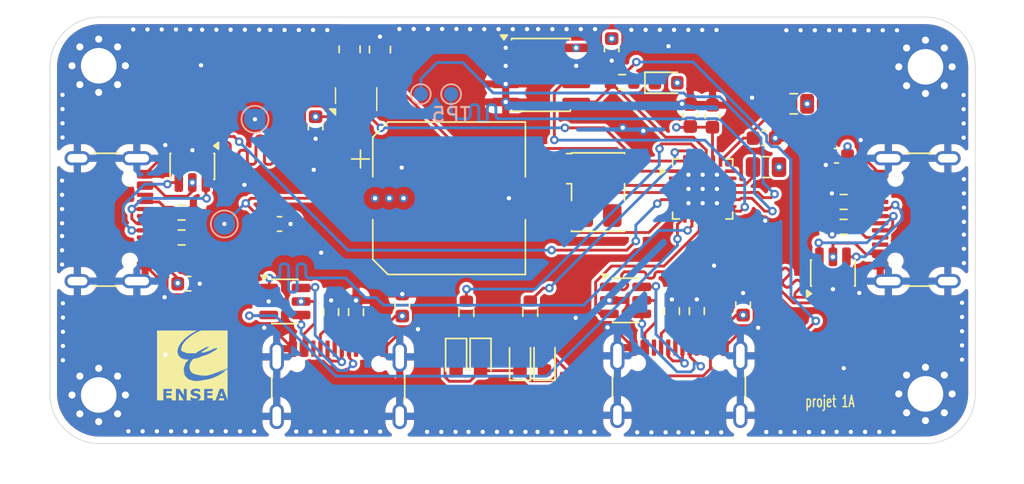
<source format=kicad_pcb>
(kicad_pcb (version 20241229) (generator "pcbnew") (generator_version "9.0")
  (layers (0 "F.Cu" signal) (4 "In1.Cu" signal "In1_VCC_3.3V_5V.Cu") (6 "In2.Cu" power "In2_Masse.Cu") (2 "B.Cu" signal) (13 "F.Paste" user) (15 "B.Paste" user) (5 "F.SilkS" user "F.Silkscreen") (7 "B.SilkS" user "B.Silkscreen") (1 "F.Mask" user) (3 "B.Mask" user) (25 "Edge.Cuts" user))
  (net 0 "")
  (net 1 "+3V3")
  (net 2 "GND")
  (net 3 "Net-(U6-V5)")
  (net 4 "+5V")
  (net 5 "/USB HUB controller/LED4{slash}SDA")
  (net 6 "Net-(D1-K)")
  (net 7 "Net-(D3-A)")
  (net 8 "Net-(D5-K)")
  (net 10 "/USB/D+")
  (net 11 "Net-(J1-CC2)")
  (net 13 "/USB/D-")
  (net 14 "Net-(J1-CC1)")
  (net 15 "Net-(J2-CC1)")
  (net 16 "/USB1/D+")
  (net 18 "Net-(J2-CC2)")
  (net 19 "/USB1/D-")
  (net 21 "Net-(J3-CC2)")
  (net 22 "Net-(J3-CC1)")
  (net 23 "/USB2/D-")
  (net 24 "/USB2/D+")
  (net 27 "/USB3/D-")
  (net 29 "Net-(J4-CC2)")
  (net 30 "/USB3/D+")
  (net 31 "Net-(J4-CC1)")
  (net 33 "/USB HUB controller/LED1")
  (net 34 "/USB HUB controller/LED2")
  (net 35 "/USB HUB controller/OVCUR#")
  (net 36 "Net-(CH217K1-ISET)")
  (net 37 "Net-(U6-~{RESET}{slash}CDP)")
  (net 38 "Net-(U6-DMU-)")
  (net 39 "Net-(U6-DPU+)")
  (net 40 "/USB HUB controller/DP1+")
  (net 41 "/USB HUB controller/DM1-")
  (net 42 "/USB HUB controller/DP2+")
  (net 43 "/USB HUB controller/DM2-")
  (net 44 "/USB HUB controller/DP3+")
  (net 45 "/USB HUB controller/DM3-")
  (net 46 "/USB HUB controller/DM4-")
  (net 47 "/USB HUB controller/DP4+")
  (net 48 "/USB HUB controller/LED3{slash}SCL")
  (net 50 "/USB HUB controller/~{PWREN}")
  (net 53 "Net-(U6-XO)")
  (net 54 "Net-(U6-XI)")
  (footprint "Capacitor_SMD:C_0603_1608Metric" (layer "F.Cu") (at 58.5 38.75 90)
    (property "Reference" "C7" (hide yes))
    (property "Value" "100uF")
  )
  (footprint "Capacitor_SMD:CP_Elec_10x10.5" (layer "F.Cu") (at 61.7875 31.24)
    (property "Reference" "C101" (hide yes))
    (property "Value" "470uF")
  )
  (footprint "Crystal:Crystal_SMD_5032-4Pin_5.0x3.2mm" (layer "F.Cu") (at 72.25 30.81 -90)
    (property "Reference" "Y1" (hide yes))
    (property "Value" "12 MHZ")
  )
  (footprint "Package_TO_SOT_SMD:SOT-23-6" (layer "F.Cu") (at 74.1825 38.42)
    (property "Reference" "U2" (hide yes))
    (property "Value" "USBLC6-2SC6")
  )
  (footprint "Package_TO_SOT_SMD:SOT-23-6" (layer "F.Cu") (at 88.75 36.5 90)
    (property "Reference" "U1" (hide yes))
    (property "Value" "USBLC6-2SC6")
  )
  (footprint "MountingHole:MountingHole_2.5mm_Pad_Via" (layer "F.Cu") (at 37.174175 21.924175)
    (property "Reference" "H102" (hide yes))
    (property "Value" "MountingHole_Pad")
  )
  (footprint "Resistor_SMD:R_0603_1608Metric" (layer "F.Cu") (at 77.44 39.18 90)
    (property "Reference" "R300" (hide yes))
    (property "Value" "5.1k")
  )
  (footprint "LED_SMD:LED_0603_1608Metric" (layer "F.Cu") (at 77.03 23.12)
    (property "Reference" "D5" (hide yes))
    (property "Value" "RED_LED")
  )
  (footprint "LED_SMD:LED_0603_1608Metric" (layer "F.Cu") (at 68.49 42.5475 90)
    (property "Reference" "D4" (hide yes))
    (property "Value" "GREEN_LED")
  )
  (footprint "Resistor_SMD:R_0603_1608Metric" (layer "F.Cu") (at 89.5 31.5 180)
    (property "Reference" "R110" (hide yes))
    (property "Value" "5.1k")
  )
  (footprint "Capacitor_SMD:C_0603_1608Metric" (layer "F.Cu") (at 43.5 37.25)
    (property "Reference" "C8" (hide yes))
    (property "Value" "100uF")
  )
  (footprint "Connector_USB:USB_C_Receptacle_GCT_USB4105-xx-A_16P_TopMnt_Horizontal" (layer "F.Cu") (at 36.75 32.75 -90)
    (property "Reference" "J4" (hide yes))
    (property "Value" "USB_C_Receptacle_USB2.0_16P")
  )
  (footprint "Connector_USB:USB_C_Receptacle_GCT_USB4105-xx-A_16P_TopMnt_Horizontal" (layer "F.Cu") (at 95.75 32.75 90)
    (property "Reference" "J1" (hide yes))
    (property "Value" "USB_C_Receptacle_USB2.0_16P" (hide yes))
  )
  (footprint "Package_DFN_QFN:QFN-24-1EP_4x4mm_P0.5mm_EP2.7x2.7mm" (layer "F.Cu") (at 79.6 30.5875)
    (property "Reference" "U6" (hide yes))
    (property "Value" "CH334F")
  )
  (footprint "MountingHole:MountingHole_2.5mm_Pad_Via" (layer "F.Cu") (at 95.25 22)
    (property "Reference" "H103" (hide yes))
    (property "Value" "MountingHole_Pad")
  )
  (footprint "Capacitor_SMD:C_0603_1608Metric" (layer "F.Cu") (at 49.875 33.05)
    (property "Reference" "C11" (hide yes))
    (property "Value" "1uF")
  )
  (footprint "Resistor_SMD:R_0805_2012Metric" (layer "F.Cu") (at 84.05 29.05 180)
    (property "Reference" "R9" (hide yes))
    (property "Value" "NC(4k7)")
  )
  (footprint "Resistor_SMD:R_0603_1608Metric" (layer "F.Cu") (at 53.5 39.25 90)
    (property "Reference" "R3" (hide yes))
    (property "Value" "5.1k")
  )
  (footprint "Fuse:Fuse_0805_2012Metric" (layer "F.Cu") (at 86 24.6 180)
    (property "Reference" "R1" (hide yes))
    (property "Value" "0")
  )
  (footprint "MountingHole:MountingHole_2.5mm_Pad_Via" (layer "F.Cu") (at 95.25 45)
    (property "Reference" "H104" (hide yes))
    (property "Value" "MountingHole_Pad")
  )
  (footprint "Capacitor_SMD:C_0603_1608Metric" (layer "F.Cu") (at 52.41 26.28 -90)
    (property "Reference" "C9" (hide yes))
    (property "Value" "10uF")
  )
  (footprint "Resistor_SMD:R_0603_1608Metric" (layer "F.Cu") (at 73.94 23.07)
    (property "Reference" "R6" (hide yes))
    (property "Value" "10k")
  )
  (footprint "Capacitor_SMD:C_0603_1608Metric" (layer "F.Cu") (at 73.21 20.79 -90)
    (property "Reference" "C4" (hide yes))
    (property "Value" "100nF")
  )
  (footprint "Resistor_SMD:R_0603_1608Metric" (layer "F.Cu") (at 67.49 39.2975 -90)
    (property "Reference" "R5" (hide yes))
    (property "Value" "220")
  )
  (footprint "LED_SMD:LED_0603_1608Metric" (layer "F.Cu") (at 64 42.5775 -90)
    (property "Reference" "D1" (hide yes))
    (property "Value" "GREEN_LED")
  )
  (footprint "Capacitor_SMD:C_0603_1608Metric" (layer "F.Cu") (at 89 28.25 180)
    (property "Reference" "C5" (hide yes))
    (property "Value" "100uF")
  )
  (footprint "Connector_USB:USB_C_Receptacle_GCT_USB4105-xx-A_16P_TopMnt_Horizontal" (layer "F.Cu") (at 54 45.5)
    (property "Reference" "J3" (hide yes))
    (property "Value" "USB_C_Receptacle_USB2.0_16P")
  )
  (footprint "LED_SMD:LED_0603_1608Metric" (layer "F.Cu") (at 66.77 42.5575 90)
    (property "Reference" "D3" (hide yes))
    (property "Value" "GREEN_LED")
  )
  (footprint "Package_TO_SOT_SMD:SOT-23-6" (layer "F.Cu") (at 43.75 29 -90)
    (property "Reference" "U4" (hide yes))
    (property "Value" "USBLC6-2SC6")
  )
  (footprint "Capacitor_SMD:C_0603_1608Metric" (layer "F.Cu") (at 83.92 27.01)
    (property "Reference" "C3" (hide yes))
    (property "Value" "10uF")
  )
  (footprint "Logos:logoENSEA" (layer "F.Cu") (at 43.75 43)
    (property "Reference" "G***" (hide yes))
    (property "Value" "LOGO" (hide yes))
  )
  (footprint "MountingHole:MountingHole_2.5mm_Pad_Via" (layer "F.Cu") (at 37.174175 45.075825)
    (property "Reference" "H101" (hide yes))
    (property "Value" "MountingHole_Pad")
  )
  (footprint "Resistor_SMD:R_0603_1608Metric" (layer "F.Cu") (at 43 32.25)
    (property "Reference" "R10" (hide yes))
    (property "Value" "5.1k")
  )
  (footprint "Resistor_SMD:R_0805_2012Metric" (layer "F.Cu") (at 54.8 20.77 90)
    (property "Reference" "R7" (hide yes))
    (property "Value" "NC(56k)" (hide yes))
  )
  (footprint "Resistor_SMD:R_0805_2012Metric" (layer "F.Cu") (at 56.93 20.79 -90)
    (property "Reference" "R8" (hide yes))
    (property "Value" "56k")
  )
  (footprint "Resistor_SMD:R_0603_1608Metric" (layer "F.Cu") (at 89.5 33.25 180)
    (property "Reference" "R100" (hide yes))
    (property "Value" "5.1k")
  )
  (footprint "Capacitor_SMD:C_0603_1608Metric" (layer "F.Cu") (at 82.44 38.68 90)
    (property "Reference" "C6" (hide yes))
    (property "Value" "100uF")
  )
  (footprint "Package_SO:SOIC-8_3.9x4.9mm_P1.27mm" (layer "F.Cu") (at 68.24 22.5675)
    (property "Reference" "U5" (hide yes))
    (property "Value" "24C02Cx-x-SN")
  )
  (footprint "MaximeRempreinte:CH217DS1" (layer "F.Cu") (at 53.8075 23.47)
    (property "Reference" "CH217K1" (hide yes))
    (property "Value" "CH217K")
  )
  (footprint "Resistor_SMD:R_0603_1608Metric" (layer "F.Cu") (at 63 39.3075 -90)
    (property "Reference" "R2" (hide yes))
    (property "Value" "220")
  )
  (footprint "Resistor_SMD:R_0603_1608Metric" (layer "F.Cu") (at 79.19 39.18 90)
    (property "Reference" "R400" (hide yes))
    (property "Value" "5.1k")
  )
  (footprint "Capacitor_SMD:C_0603_1608Metric" (layer "F.Cu") (at 80.29 25.47 90)
    (property "Reference" "C2" (hide yes))
    (property "Value" "0.1uF")
  )
  (footprint "LED_SMD:LED_0603_1608Metric" (layer "F.Cu") (at 62.28 42.5875 -90)
    (property "Reference" "D2" (hide yes))
    (property "Value" "GREEN_LED")
  )
  (footprint "Connector_USB:USB_C_Receptacle_GCT_USB4105-xx-A_16P_TopMnt_Horizontal" (layer "F.Cu") (at 77.93 45.425)
    (property "Reference" "J2" (hide yes))
    (property "Value" "USB_C_Receptacle_USB2.0_16P")
  )
  (footprint "Resistor_SMD:R_0603_1608Metric" (layer "F.Cu") (at 43 34)
    (property "Reference" "R11" (hide yes))
    (property "Value" "5.1k")
  )
  (footprint "Resistor_SMD:R_0603_1608Metric" (layer "F.Cu") (at 55.25 39.25 90)
    (property "Reference" "R4" (hide yes))
    (property "Value" "5.1k")
  )
  (footprint "Capacitor_SMD:C_0603_1608Metric" (layer "F.Cu") (at 78.73 25.42 90)
    (property "Reference" "C1" (hide yes))
    (property "Value" "10uF")
  )
  (footprint "Package_TO_SOT_SMD:SOT-23-6" (layer "F.Cu") (at 50.25 38.5)
    (property "Reference" "U3" (hide yes))
    (property "Value" "USBLC6-2SC6")
  )
  (footprint "TestPoint:TestPoint_Pad_D1.5mm" (layer "B.Cu") (at 48.15 25.69)
    (property "Reference" "TP8" (hide yes))
    (property "Value" "Masse")
  )
  (footprint "TestPoint:TestPoint_Pad_D1.5mm" (layer "B.Cu") (at 46 33.05)
    (property "Reference" "TP7" (hide yes))
    (property "Value" "Alim")
  )
  (footprint "TestPoint:TestPoint_Pad_D1.0mm" (layer "B.Cu") (at 61.93 23.92)
    (property "Reference" "TP5")
    (property "Value" "Data -")
  )
  (footprint "TestPoint:TestPoint_Pad_D1.0mm" (layer "B.Cu") (at 59.8 23.92)
    (property "Reference" "TP6" (hide yes))
    (property "Value" "Data +")
  )
  (gr_line (start 95.25 18.5) (end 37.25 18.5) (stroke (width 0.05)) (layer "Edge.Cuts"))
  (gr_arc (start 37.25 48.5) (mid 34.775126 47.474874) (end 33.75 45) (stroke (width 0.05)) (layer "Edge.Cuts"))
  (gr_arc (start 95.25 18.5) (mid 97.724874 19.525126) (end 98.75 22) (stroke (width 0.05)) (layer "Edge.Cuts"))
  (gr_arc (start 98.75 45) (mid 97.724874 47.474874) (end 95.25 48.5) (stroke (width 0.05)) (layer "Edge.Cuts"))
  (gr_line (start 98.75 22) (end 98.75 45) (stroke (width 0.05)) (layer "Edge.Cuts"))
  (gr_line (start 33.75 45) (end 33.75 22) (stroke (width 0.05)) (layer "Edge.Cuts"))
  (gr_arc (start 33.75 22) (mid 34.775126 19.525126) (end 37.25 18.5) (stroke (width 0.05)) (layer "Edge.Cuts"))
  (gr_line (start 95.25 48.5) (end 37.25 48.5) (stroke (width 0.05)) (layer "Edge.Cuts"))
  (gr_text "projet 1A" (at 86.75 46 0) (layer "F.SilkS") (effects (font (size 0.8 0.5) (thickness 0.1)) (justify left bottom)))
  (segment (start 78.78 26.245) (end 78.73 26.195) (width 0.2) (layer "F.Cu") (net 1))
  (segment (start 78.669 26.256) (end 78.73 26.195) (width 0.2) (layer "F.Cu") (net 1))
  (segment (start 80.29 26.245) (end 78.78 26.245) (width 0.2) (layer "F.Cu") (net 1))
  (segment (start 80.29 28.565) (end 80.35 28.625) (width 0.2) (layer "F.Cu") (net 1))
  (segment (start 77.75 26.256) (end 78.669 26.256) (width 0.2) (layer "F.Cu") (net 1))
  (segment (start 80.29 26.245) (end 80.29 28.565) (width 0.2) (layer "F.Cu") (net 1))
  (via (at 77.8175 23.12) (size 0.6) (drill 0.3) (layers "F.Cu" "B.Cu") (net 1))
  (via (at 77.75 26.256) (size 0.6) (drill 0.3) (layers "F.Cu" "B.Cu") (net 1))
  (via (at 73.21 20.015) (size 0.6) (drill 0.3) (layers "F.Cu" "B.Cu") (net 1))
  (via (at 84.9625 29.05) (size 0.6) (drill 0.3) (layers "F.Cu" "B.Cu") (net 1))
  (via (at 70.715 20.6625) (size 0.6) (drill 0.3) (layers "F.Cu" "B.Cu") (net 1))
  (segment (start 41.8 38.2) (end 41.75 38.15) (width 0.2) (layer "F.Cu") (net 2))
  (segment (start 81.13 41.745) (end 82.525 40.35) (width 0.2) (layer "F.Cu") (net 2))
  (segment (start 58.57 40.45) (end 59.6 40.45) (width 0.2) (layer "F.Cu") (net 2))
  (segment (start 74.73 41.745) (end 73.304292 40.319292) (width 0.2) (layer "F.Cu") (net 2))
  (segment (start 40.43 29.55) (end 41.85 28.13) (width 0.2) (layer "F.Cu") (net 2))
  (segment (start 41.75 38.15) (end 41.75 37.27) (width 0.2) (layer "F.Cu") (net 2))
  (segment (start 50.8 41.82) (end 50.8 41.8) (width 0.2) (layer "F.Cu") (net 2))
  (segment (start 90.6 36.3) (end 90.95 35.95) (width 0.2) (layer "F.Cu") (net 2))
  (segment (start 80.24 24.645) (end 80.29 24.695) (width 0.2) (layer "F.Cu") (net 2))
  (segment (start 73.304292 40.319292) (end 72.919294 40.319292) (width 0.2) (layer "F.Cu") (net 2))
  (segment (start 90.95 35.95) (end 92.07 35.95) (width 0.2) (layer "F.Cu") (net 2))
  (segment (start 92.07 29.55) (end 90.7 28.18) (width 0.2) (layer "F.Cu") (net 2))
  (segment (start 90.7 28.18) (end 90.7 27.15) (width 0.2) (layer "F.Cu") (net 2))
  (segment (start 49.35 40.35) (end 48.8 40.35) (width 0.2) (layer "F.Cu") (net 2))
  (segment (start 57.2 41.82) (end 58.57 40.45) (width 0.2) (layer "F.Cu") (net 2))
  (segment (start 82.525 40.35) (end 83.5 40.35) (width 0.2) (layer "F.Cu") (net 2))
  (segment (start 41.75 37.27) (end 40.43 35.95) (width 0.2) (layer "F.Cu") (net 2))
  (segment (start 41.85 28.13) (end 41.85 27.5) (width 0.2) (layer "F.Cu") (net 2))
  (segment (start 90.6 37.9) (end 90.6 36.3) (width 0.2) (layer "F.Cu") (net 2))
  (segment (start 50.8 41.8) (end 49.35 40.35) (width 0.2) (layer "F.Cu") (net 2))
  (segment (start 78.73 24.645) (end 80.24 24.645) (width 0.2) (layer "F.Cu") (net 2))
  (via (at 34.66 42.63) (size 0.45) (drill 0.3) (layers "F.Cu" "B.Cu") (net 2))
  (via (at 65.765 24.4725) (size 0.6) (drill 0.3) (layers "F.Cu" "B.Cu") (net 2))
  (via (at 34.63 26.97) (size 0.45) (drill 0.3) (layers "F.Cu" "B.Cu") (net 2))
  (via (at 41.85 27.5) (size 0.6) (drill 0.3) (layers "F.Cu" "B.Cu") (net 2))
  (via (at 97.95 31.9) (size 0.45) (drill 0.3) (layers "F.Cu" "B.Cu") (net 2))
  (via (at 79.9 47.7) (size 0.45) (drill 0.3) (layers "F.Cu" "B.Cu") (net 2))
  (via (at 83.07 24.17) (size 0.6) (drill 0.3) (layers "F.Cu" "B.Cu") (net 2))
  (via (at 51.23 19.41) (size 0.45) (drill 0.3) (layers "F.Cu" "B.Cu") (net 2))
  (via (at 89.01 47.67) (size 0.45) (drill 0.3) (layers "F.Cu" "B.Cu") (net 2))
  (via (at 97.95 30.9) (size 0.45) (drill 0.3) (layers "F.Cu" "B.Cu") (net 2))
  (via (at 65.26 19.35) (size 0.45) (drill 0.3) (layers "F.Cu" "B.Cu") (net 2))
  (via (at 78.6 29.5875) (size 0.6) (drill 0.3) (layers "F.Cu" "B.Cu") (net 2))
  (via (at 80.6 30.5875) (size 0.6) (drill 0.3) (layers "F.Cu" "B.Cu") (net 2))
  (via (at 78.59 19.4) (size 0.45) (drill 0.3) (layers "F.Cu" "B.Cu") (net 2))
  (via (at 91.01 47.67) (size 0.45) (drill 0.3) (layers "F.Cu" "B.Cu") (net 2))
  (via (at 84.07 47.68) (size 0.45) (drill 0.3) (layers "F.Cu" "B.Cu") (net 2))
  (via (at 34.63 23.97) (size 0.45) (drill 0.3) (layers "F.Cu" "B.Cu") (net 2))
  (via (at 82.44 37.905) (size 0.6) (drill 0.3) (layers "F.Cu" "B.Cu") (net 2))
  (via (at 67.26 19.35) (size 0.45) (drill 0.3) (layers "F.Cu" "B.Cu") (net 2))
  (via (at 69 47.67) (size 0.45) (drill 0.3) (layers "F.Cu" "B.Cu") (net 2))
  (via (at 70 47.67) (size 0.45) (drill 0.3) (layers "F.Cu" "B.Cu") (net 2))
  (via (at 90.6 37.9) (size 0.6) (drill 0.3) (layers "F.Cu" "B.Cu") (net 2))
  (via (at 66.26 19.35) (size 0.45) (drill 0.3) (layers "F.Cu" "B.Cu") (net 2))
  (via (at 85.48 19.43) (size 0.45) (drill 0.3) (layers "F.Cu" "B.Cu") (net 2))
  (via (at 34.63 25.97) (size 0.45) (drill 0.3) (layers "F.Cu" "B.Cu") (net 2))
  (via (at 71 47.67) (size 0.45) (drill 0.3) (layers "F.Cu" "B.Cu") (net 2))
  (via (at 70.68 39.65) (size 0.6) (drill 0.3) (layers "F.Cu" "B.Cu") (net 2))
  (via (at 77.2 20.55) (size 0.6) (drill 0.3) (layers "F.Cu" "B.Cu") (net 2))
  (via (at 42.6 19.37) (size 0.45) (drill 0.3) (layers "F.Cu" "B.Cu") (net 2))
  (via (at 61.24 47.67) (size 0.45) (drill 0.3) (layers "F.Cu" "B.Cu") (net 2))
  (via (at 44.36 21.89) (size 0.6) (drill 0.3) (layers "F.Cu" "B.Cu") (net 2))
  (via (at 58.46 29.09) (size 0.6) (drill 0.3) (layers "F.Cu" "B.Cu") (net 2))
  (via (at 66.15 47.67) (size 0.45) (drill 0.3) (layers "F.Cu" "B.Cu") (net 2))
  (via (at 83.5 40.35) (size 0.6) (drill 0.3) (layers "F.Cu" "B.Cu") (net 2))
  (via (at 65.9875 31.24) (size 0.6) (drill 0.3) (layers "F.Cu" "B.Cu") (net 2))
  (via (at 34.66 41.63) (size 0.45) (drill 0.3) (layers "F.Cu" "B.Cu") (net 2))
  (via (at 40.6 19.37) (size 0.45) (drill 0.3) (layers "F.Cu" "B.Cu") (net 2))
  (via (at 76.59 19.4) (size 0.45) (drill 0.3) (layers "F.Cu" "B.Cu") (net 2))
  (via (at 50.65 33.05) (size 0.6) (drill 0.3) (layers "F.Cu" "B.Cu") (net 2))
  (via (at 48.44 19.39) (size 0.45) (drill 0.3) (layers "F.Cu" "B.Cu") (net 2))
  (via (at 56.95 47.65) (size 0.45) (drill 0.3) (layers "F.Cu" "B.Cu") (net 2))
  (via (at 60.24 47.67) (size 0.45) (drill 0.3) (layers "F.Cu" "B.Cu") (net 2))
  (via (at 62.24 47.67) (size 0.45) (drill 0.3) (layers "F.Cu" "B.Cu") (net 2))
  (via (at 76 47.7) (size 0.45) (drill 0.3) (layers "F.Cu" "B.Cu") (net 2))
  (via (at 48.1 47.63) (size 0.45) (drill 0.3) (layers "F.Cu" "B.Cu") (net 2))
  (via (at 97.93 23.98) (size 0.45) (drill 0.3) (layers "F.Cu" "B.Cu") (net 2))
  (via (at 52.05 47.65) (size 0.45) (drill 0.3) (layers "F.Cu" "B.Cu") (net 2))
  (via (at 97.93 24.98) (size 0.45) (drill 0.3) (layers "F.Cu" "B.Cu") (net 2))
  (via (at 97.82 39.59) (size 0.45) (drill 0.3) (layers "F.Cu" "B.Cu") (net 2))
  (via (at 47.41 30.3) (size 0.6) (drill 0.3) (layers "F.Cu" "B.Cu") (net 2))
  (via (at 45.1 47.63) (size 0.45) (drill 0.3) (layers "F.Cu" "B.Cu") (net 2))
  (via (at 48.15 25.69) (size 0.6) (drill 0.3) (layers "F.Cu" "B.Cu") (net 2))
  (via (at 70.715 21.9325) (size 0.6) (drill 0.3) (layers "F.Cu" "B.Cu") (net 2))
  (via (at 34.63 24.97) (size 0.45) (drill 0.3) (layers "F.Cu" "B.Cu") (net 2))
  (via (at 78.15 24.6) (size 0.6) (drill 0.3) (layers "F.Cu" "B.Cu") (net 2))
  (via (at 42.26 47.63) (size 0.45) (drill 0.3) (layers "F.Cu" "B.Cu") (net 2))
  (via (at 71.04 19.35) (size 0.45) (drill 0.3) (layers "F.Cu" "B.Cu") (net 2))
  (via (at 90.01 47.67) (size 0.45) (drill 0.3) (layers "F.Cu" "B.Cu") (net 2))
  (via (at 59.6 40.45) (size 0.6) (drill 0.3) (layers "F.Cu" "B.Cu") (net 2))
  (via (at 34.6 33.9) (size 0.45) (drill 0.3) (layers "F.Cu" "B.Cu") (net 2))
  (via (at 41.8 38.2) (size 0.6) (drill 0.3) (layers "F.Cu" "B.Cu") (net 2))
  (via (at 79.57 19.41) (size 0.45) (drill 0.3) (layers "F.Cu" "B.Cu") (net 2))
  (via (at 88.75 37.6375) (size 0.6) (drill 0.3) (layers "F.Cu" "B.Cu") (net 2))
  (via (at 88.25 28.9) (size 0.6) (drill 0.3) (layers "F.Cu" "B.Cu") (net 2))
  (via (at 80.57 19.41) (size 0.45) (drill 0.3) (layers "F.Cu" "B.Cu") (net 2))
  (via (at 97.93 25.98) (size 0.45) (drill 0.3) (layers "F.Cu" "B.Cu") (net 2))
  (via (at 77.9 47.7) (size 0.45) (drill 0.3) (layers "F.Cu" "B.Cu") (net 2))
  (via (at 46.44 19.39) (size 0.45) (drill 0.3) (layers "F.Cu" "B.Cu") (net 2))
  (via (at 93.01 47.67) (size 0.45) (drill 0.3) (layers "F.Cu" "B.Cu") (net 2))
  (via (at 39.6 19.37) (size 0.45) (drill 0.3) (layers "F.Cu" "B.Cu") (net 2))
  (via (at 79.6 29.5875) (size 0.6) (drill 0.3) (layers "F.Cu" "B.Cu") (net 2))
  (via (at 97.95 34.8) (size 0.45) (drill 0.3) (layers "F.Cu" "B.Cu") (net 2))
  (via (at 60.3 19.34) (size 0.45) (drill 0.3) (layers "F.Cu" "B.Cu") (net 2))
  (via (at 34.6 30) (size 0.45) (drill 0.3) (layers "F.Cu" "B.Cu") (net 2))
  (via (at 92.25 19.43) (size 0.45) (drill 0.3) (layers "F.Cu" "B.Cu") (net 2))
  (via (at 53.95 47.65) (size 0.45) (drill 0.3) (layers "F.Cu" "B.Cu") (net 2))
  (via (at 45.44 19.39) (size 0.45) (drill 0.3) (layers "F.Cu" "B.Cu") (net 2))
  (via (at 80.6 31.5875) (size 0.6) (drill 0.3) (layers "F.Cu" "B.Cu") (net 2))
  (via (at 53.23 19.41) (size 0.45) (drill 0.3) (layers "F.Cu" "B.Cu") (net 2))
  (via (at 89.51 43.19) (size 0.6) (drill 0.3) (layers "F.Cu" "B.Cu") (net 2))
  (via (at 49.1125 38.5) (size 0.6) (drill 0.3) (layers "F.Cu" "B.Cu") (net 2))
  (via (at 39.26 47.63) (size 0.45) (drill 0.3) (layers "F.Cu" "B.Cu") (net 2))
  (via (at 63.15 47.67) (size 0.45) (drill 0.3) (layers "F.Cu" "B.Cu") (net 2))
  (via (at 86.48 19.43) (size 0.45) (drill 0.3) (layers "F.Cu" "B.Cu") (net 2))
  (via (at 72.919294 40.319292) (size 0.6) (drill 0.3) (layers "F.Cu" "B.Cu") (net 2))
  (via (at 78.9 47.7) (size 0.45) (drill 0.3) (layers "F.Cu" "B.Cu") (net 2))
  (via (at 65.15 47.67) (size 0.45) (drill 0.3) (layers "F.Cu" "B.Cu") (net 2))
  (via (at 97.93 26.98) (size 0.45) (drill 0.3) (layers "F.Cu" "B.Cu") (net 2))
  (via (at 88.07 47.68) (size 0.45) (drill 0.3) (layers "F.Cu" "B.Cu") (net 2))
  (via (at 63.26 19.35) (size 0.45) (drill 0.3) (layers "F.Cu" "B.Cu") (net 2))
  (via (at 72 47.67) (size 0.45) (drill 0.3) (layers "F.Cu" "B.Cu") (net 2))
  (via (at 68 47.67) (size 0.45) (drill 0.3) (layers "F.Cu" "B.Cu") (net 2))
  (via (at 68.04 19.35) (size 0.45) (drill 0.3) (layers "F.Cu" "B.Cu") (net 2))
  (via (at 34.6 34.9) (size 0.45) (drill 0.3) (layers "F.Cu" "B.Cu") (net 2))
  (via (at 44.275 37.25) (size 0.6) (drill 0.3) (layers "F.Cu" "B.Cu") (net 2))
  (via (at 73.99 26.28) (size 0.6) (drill 0.3) (layers "F.Cu" "B.Cu") (net 2))
  (via (at 72.04 19.35) (size 0.45) (drill 0.3) (layers "F.Cu" "B.Cu") (net 2))
  (via (at 75.59 19.4) (size 0.45) (drill 0.3) (layers "F.Cu" "B.Cu") (net 2))
  (via (at 90.7 27.15) (size 0.6) (drill 0.3) (layers "F.Cu" "B.Cu") (net 2))
  (via (at 78.6 31.5875) (size 0.6) (drill 0.3) (layers "F.Cu" "B.Cu") (net 2))
  (via (at 58.3 19.34) (size 0.45) (drill 0.3) (layers "F.Cu" "B.Cu") (net 2))
  (via (at 80.9 47.7) (size 0.45) (drill 0.3) (layers "F.Cu" "B.Cu") (net 2))
  (via (at 43.26 47.63) (size 0.45) (drill 0.3) (layers "F.Cu" "B.Cu") (net 2))
  (via (at 77.44 38.355) (size 0.6) (drill 0.3) (layers "F.Cu" "B.Cu") (net 2))
  (via (at 79.6 31.5875) (size 0.6) (drill 0.3) (layers "F.Cu" "B.Cu") (net 2))
  (via (at 80.6 29.5875) (size 0.6) (drill 0.3) (layers "F.Cu" "B.Cu") (net 2))
  (via (at 34.6 33) (size 0.45) (drill 0.3) (layers "F.Cu" "B.Cu") (net 2))
  (via (at 65.765 23.2025) (size 0.6) (drill 0.3) (layers "F.Cu" "B.Cu") (net 2))
  (via (at 43.6 19.37) (size 0.45) (drill 0.3) (layers "F.Cu" "B.Cu") (net 2))
  (via (at 53.05 47.65) (size 0.45) (drill 0.3) (layers "F.Cu" "B.Cu") (net 2))
  (via (at 59.3 19.34) (size 0.45) (drill 0.3) (layers "F.Cu" "B.Cu") (net 2))
  (via (at 83.99 32.82) (size 0.6) (drill 0.3) (layers "F.Cu" "B.Cu") (net 2))
  (via (at 77 47.7) (size 0.45) (drill 0.3) (layers "F.Cu" "B.Cu") (net 2))
  (via (at 97.95 33.8) (size 0.45) (drill 0.3) (layers "F.Cu" "B.Cu") (net 2))
  (via (at 67.15 47.67) (size 0.45) (drill 0.3) (layers "F.Cu" "B.Cu") (net 2))
  (via (at 55.95 47.65) (size 0.45) (drill 0.3) (layers "F.Cu" "B.Cu") (net 2))
  (via (at 85.07 47.68) (size 0.45) (drill 0.3) (layers "F.Cu" "B.Cu") (net 2))
  (via (at 58.5 37.975) (size 0.6) (drill 0.3) (layers "F.Cu" "B.Cu") (net 2))
  (via (at 53.5 38.425) (size 0.6) (drill 0.3) (layers "F.Cu" "B.Cu") (net 2))
  (via (at 97.82 38.59) (size 0.45) (drill 0.3) (layers "F.Cu" "B.Cu") (net 2))
  (via (at 74.59 19.4) (size 0.45) (drill 0.3) (layers "F.Cu" "B.Cu") (net 2))
  (via (at 65.765 20.6625) (size 0.6) (drill 0.3) (layers "F.Cu" "B.Cu") (net 2))
  (via (at 34.6 35.9) (size 0.45) (drill 0.3) (layers "F.Cu" "B.Cu") (net 2))
  (via (at 93.25 19.43) (size 0.45) (drill 0.3) (layers "F.Cu" "B.Cu") (net 2))
  (via (at 87.48 19.43) (size 0.45) (drill 0.3) (layers "F.Cu" "B.Cu") (net 2))
  (via (at 64.15 47.67) (size 0.45) (drill 0.3) (layers "F.Cu" "B.Cu") (net 2))
  (via (at 52.8 35.07) (size 0.6) (drill 0.3) (layers "F.Cu" "B.Cu") (net 2))
  (via (at 54.95 47.65) (size 0.45) (drill 0.3) (layers "F.Cu" "B.Cu") (net 2))
  (via (at 91.25 19.43) (size 0.45) (drill 0.3) (layers "F.Cu" "B.Cu") (net 2))
  (via (at 46.1 47.63) (size 0.45) (drill 0.3) (layers "F.Cu" "B.Cu") (net 2))
  (via (at 56.93 19.8775) (size 0.6) (drill 0.3) (layers "F.Cu" "B.Cu") (net 2))
  (via (at 70.04 19.35) (size 0.45) (drill 0.3) (layers "F.Cu" "B.Cu") (net 2))
  (via (at 79.19 38.355) (size 0.6) (drill 0.3) (layers "F.Cu" "B.Cu") (net 2))
  (via (at 88.69385 33.775) (size 0.6) (drill 0.3) (layers "F.Cu" "B.Cu") (net 2))
  (via (at 44.44 19.39) (size 0.45) (drill 0.3) (layers "F.Cu" "B.Cu") (net 2))
  (via (at 34.66 39.63) (size 0.45) (drill 0.3) (layers "F.Cu" "B.Cu") (net 2))
  (via (at 87.07 47.68) (size 0.45) (drill 0.3) (layers "F.Cu" "B.Cu") (net 2))
  (via (at 50.23 19.41) (size 0.45) (drill 0.3) (layers "F.Cu" "B.Cu") (net 2))
  (via (at 55.25 38.425) (size 0.6) (drill 0.3) (layers "F.Cu" "B.Cu") (net 2))
  (via (at 80.4 35.98) (size 0.6) (drill 0.3) (layers "F.Cu" "B.Cu") (net 2))
  (via (at 97.82 42.59) (size 0.45) (drill 0.3) (layers "F.Cu" "B.Cu") (net 2))
  (via (at 78.6 30.5875) (size 0.6) (drill 0.3) (layers "F.Cu" "B.Cu") (net 2))
  (via (at 34.66 40.63) (size 0.45) (drill 0.3) (layers "F.Cu" "B.Cu") (net 2))
  (via (at 41.86 42.25) (size 0.6) (drill 0.3) (layers "F.Cu" "B.Cu") (net 2))
  (via (at 64.26 19.35) (size 0.45) (drill 0.3) (layers "F.Cu" "B.Cu") (net 2))
  (via (at 65.765 21.9325) (size 0.6) (drill 0.3) (layers "F.Cu" "B.Cu") (net 2))
  (via (at 73.21 21.565) (size 0.6) (drill 0.3) (layers "F.Cu" "B.Cu") (net 2))
  (via (at 51.05 47.65) (size 0.45) (drill 0.3) (layers "F.Cu" "B.Cu") (net 2))
  (via (at 97.95 35.8) (size 0.45) (drill 0.3) (layers "F.Cu" "B.Cu") (net 2))
  (via (at 88.675 30.9) (size 0.6) (drill 0.3) (layers "F.Cu" "B.Cu") (net 2))
  (via (at 84.695 27.01) (size 0.6) (drill 0.3) (layers "F.Cu" "B.Cu") (net 2))
  (via (at 40.26 47.63) (size 0.45) (drill 0.3) (layers "F.Cu" "B.Cu") (net 2))
  (via (at 97.82 41.59) (size 0.45) (drill 0.3) (layers "F.Cu" "B.Cu") (net 2))
  (via (at 79.6 30.5875) (size 0.6) (drill 0.3) (layers "F.Cu" "B.Cu") (net 2))
  (via (at 73.045 38.42) (size 0.6) (drill 0.3) (layers "F.Cu" "B.Cu") (net 2))
  (via (at 69.04 19.35) (size 0.45) (drill 0.3) (layers "F.Cu" "B.Cu") (net 2))
  (via (at 44.1 47.63) (size 0.45) (drill 0.3) (layers "F.Cu" "B.Cu") (net 2))
  (via (at 77.59 19.4) (size 0.45) (drill 0.3) (layers "F.Cu" "B.Cu") (net 2))
  (via (at 47.1 47.63) (size 0.45) (drill 0.3) (layers "F.Cu" "B.Cu") (net 2))
  (via (at 75 47.7) (size 0.45) (drill 0.3) (layers "F.Cu" "B.Cu") (net 2))
  (via (at 92.01 47.67) (size 0.45) (drill 0.3) (layers "F.Cu" "B.Cu") (net 2))
  (via (at 48.8 40.35) (size 0.6) (drill 0.3) (layers "F.Cu" "B.Cu") (net 2))
  (via (at 97.95 32.9) (size 0.45) (drill 0.3) (layers "F.Cu" "B.Cu") (net 2))
  (via (at 47.44 19.39) (size 0.45) (drill 0.3) (layers "F.Cu" "B.Cu") (net 2))
  (via (at 88.48 19.43) (size 0.45) (drill 0.3) (layers "F.Cu" "B.Cu") (net 2))
  (via (at 97.82 40.59) (size 0.45) (drill 0.3) (layers "F.Cu" "B.Cu") (net 2))
  (via (at 90.25 19.43) (size 0.45) (drill 0.3) (layers "F.Cu" "B.Cu") (net 2))
  (via (at 52.28 29.24) (size 0.6) (drill 0.3) (layers "F.Cu" "B.Cu") (net 2))
  (via (at 49.23 19.41) (size 0.45) (drill 0.3) (layers "F.Cu" "B.Cu") (net 2))
  (via (at 97.95 29.9) (size 0.45) (drill 0.3) (layers "F.Cu" "B.Cu") (net 2))
  (via (at 41.6 19.37) (size 0.45) (drill 0.3) (layers "F.Cu" "B.Cu") (net 2))
  (via (at 52.23 19.41) (size 0.45) (drill 0.3) (layers "F.Cu" "B.Cu") (net 2))
  (via (at 86.07 47.68) (size 0.45) (drill 0.3) (layers "F.Cu" "B.Cu") (net 2))
  (via (at 43.75 27.8625) (size 0.6) (drill 0.3) (layers "F.Cu" "B.Cu") (net 2))
  (via (at 52.41 27.055) (size 0.6) (drill 0.3) (layers "F.Cu" "B.Cu") (net 2))
  (via (at 75.43 26.5) (size 0.6) (drill 0.3) (layers "F.Cu" "B.Cu") (net 2))
  (via (at 89.25 19.43) (size 0.45) (drill 0.3) (layers "F.Cu" "B.Cu") (net 2))
  (via (at 34.6 32) (size 0.45) (drill 0.3) (layers "F.Cu" "B.Cu") (net 2))
  (via (at 62.3 19.34) (size 0.45) (drill 0.3) (layers "F.Cu" "B.Cu") (net 2))
  (via (at 34.66 38.63) (size 0.45) (drill 0.3) (layers "F.Cu" "B.Cu") (net 2))
  (via (at 41.26 47.63) (size 0.45) (drill 0.3) (layers "F.Cu" "B.Cu") (net 2))
  (via (at 61.3 19.34) (size 0.45) (drill 0.3) (layers "F.Cu" "B.Cu") (net 2))
  (via (at 34.6 31) (size 0.45) (drill 0.3) (layers "F.Cu" "B.Cu") (net 2))
  (segment (start 82.465 27.01) (end 83.145 27.01) (width 0.2) (layer "F.Cu") (net 3))
  (segment (start 80.85 28.625) (end 82.465 27.01) (width 0.2) (layer "F.Cu") (net 3))
  (segment (start 83.145 27.01) (end 83.145 26.5175) (width 0.2) (layer "F.Cu") (net 3))
  (segment (start 83.145 26.5175) (end 85.0625 24.6) (width 0.2) (layer "F.Cu") (net 3))
  (segment (start 58.5 39.525) (end 58.025 39.525) (width 0.2) (layer "F.Cu") (net 4))
  (segment (start 80.34 41.08) (end 80.34 41.75) (width 0.2) (layer "F.Cu") (net 4))
  (segment (start 54.8 19.8575) (end 53.799 20.8585) (width 0.2) (layer "F.Cu") (net 4))
  (segment (start 51.6 40.785936) (end 52.351 40.034936) (width 0.2) (layer "F.Cu") (net 4))
  (segment (start 76.267 38.43) (end 75.3275 38.43) (width 0.2) (layer "F.Cu") (net 4))
  (segment (start 40.43 30.35) (end 41.1 30.35) (width 0.2) (layer "F.Cu") (net 4))
  (segment (start 41.1 30.35) (end 41.851 31.101) (width 0.2) (layer "F.Cu") (net 4))
  (segment (start 52.351 40.034936) (end 52.351 38.524) (width 0.2) (layer "F.Cu") (net 4))
  (segment (start 52.41 25.505) (end 54.1725 25.505) (width 0.2) (layer "F.Cu") (net 4))
  (segment (start 76.291 39.964936) (end 76.291 38.454) (width 0.2) (layer "F.Cu") (net 4))
  (segment (start 80.144 43.100008) (end 80.206996 43.163004) (width 0.2) (layer "F.Cu") (net 4))
  (segment (start 43.75 30.75) (end 43.75 30.1375) (width 0.2) (layer "F.Cu") (net 4))
  (segment (start 58.025 39.525) (end 56.4 41.15) (width 0.2) (layer "F.Cu") (net 4))
  (segment (start 48.95 33.05) (end 49.1 33.05) (width 0.2) (layer "F.Cu") (net 4))
  (segment (start 41.851 31.101) (end 43.399 31.101) (width 0.2) (layer "F.Cu") (net 4))
  (segment (start 92.07 35.15) (end 91.035936 35.15) (width 0.2) (layer "F.Cu") (net 4))
  (segment (start 53.799 22.6615) (end 54.3075 23.17) (width 0.2) (layer "F.Cu") (net 4))
  (segment (start 47.5 31.6) (end 47.5 31.59) (width 0.2) (layer "F.Cu") (net 4))
  (segment (start 47.5 31.6) (end 47.86 31.24) (width 0.2) (layer "F.Cu") (net 4))
  (segment (start 88.774 34.399) (end 88.75 34.423) (width 0.2) (layer "F.Cu") (net 4))
  (segment (start 80.33 42.353992) (end 80.144 42.539992) (width 0.2) (layer "F.Cu") (net 4))
  (segment (start 40.43 35.15) (end 41.004999 35.15) (width 0.2) (layer "F.Cu") (net 4))
  (segment (start 51.6 41.82) (end 51.6 40.785936) (width 0.2) (layer "F.Cu") (net 4))
  (segment (start 90.284936 34.399) (end 88.774 34.399) (width 0.2) (layer "F.Cu") (net 4))
  (segment (start 52.327 38.5) (end 51.3875 38.5) (width 0.2) (layer "F.Cu") (net 4))
  (segment (start 75.53 42.249) (end 75.53 41.745) (width 0.2) (layer "F.Cu") (net 4))
  (segment (start 75.54 41.75) (end 75.54 40.715936) (width 0.2) (layer "F.Cu") (net 4))
  (segment (start 53.799 20.8585) (end 53.799 22.6615) (width 0.2) (layer "F.Cu") (net 4))
  (segment (start 80.206996 43.163004) (end 79.64 43.73) (width 0.2) (layer "F.Cu") (net 4))
  (segment (start 79.64 43.73) (end 77.011 43.73) (width 0.2) (layer "F.Cu") (net 4))
  (segment (start 91.4 30.35) (end 92.07 30.35) (width 0.2) (layer "F.Cu") (net 4))
  (segment (start 75.54 40.715936) (end 76.291 39.964936) (width 0.2) (layer "F.Cu") (net 4))
  (segment (start 89.775 28.725) (end 91.4 30.35) (width 0.2) (layer "F.Cu") (net 4))
  (segment (start 56.4 41.15) (end 56.4 41.82) (width 0.2) (layer "F.Cu") (net 4))
  (segment (start 88.75 34.423) (end 88.75 35.3625) (width 0.2) (layer "F.Cu") (net 4))
  (segment (start 80.144 42.539992) (end 80.144 43.100008) (width 0.2) (layer "F.Cu") (net 4))
  (segment (start 42.725 37.21) (end 42.725 37.25) (width 0.2) (layer "F.Cu") (net 4))
  (segment (start 41.004999 35.15) (end 42.725 36.870001) (width 0.2) (layer "F.Cu") (net 4))
  (segment (start 42.725 36.870001) (end 42.725 37.21) (width 0.2) (layer "F.Cu") (net 4))
  (segment (start 52.351 38.524) (end 52.327 38.5) (width 0.2) (layer "F.Cu") (net 4))
  (segment (start 77.011 43.73) (end 75.53 42.249) (width 0.2) (layer "F.Cu") (net 4))
  (segment (start 47.86 31.24) (end 57.5875 31.24) (width 0.2) (layer "F.Cu") (net 4))
  (segment (start 43.399 31.101) (end 43.75 30.75) (width 0.2) (layer "F.Cu") (net 4))
  (segment (start 54.1725 25.505) (end 54.3075 25.37) (width 0.2) (layer "F.Cu") (net 4))
  (segment (start 82.44 39.455) (end 81.965 39.455) (width 0.2) (layer "F.Cu") (net 4))
  (segment (start 91.035936 35.15) (end 90.284936 34.399) (width 0.2) (layer "F.Cu") (net 4))
  (segment (start 81.965 39.455) (end 80.34 41.08) (width 0.2) (layer "F.Cu") (net 4))
  (segment (start 47.5 31.6) (end 48.95 33.05) (width 0.2) (layer "F.Cu") (net 4))
  (segment (start 76.291 38.454) (end 76.267 38.43) (width 0.2) (layer "F.Cu") (net 4))
  (segment (start 89.775 27.6) (end 89.775 28.725) (width 0.2) (layer "F.Cu") (net 4))
  (segment (start 54.3075 23.17) (end 54.3075 25.37) (width 0.2) (layer "F.Cu") (net 4))
  (segment (start 80.33 41.745) (end 80.33 42.353992) (width 0.2) (layer "F.Cu") (net 4))
  (via (at 47.5 31.6) (size 0.6) (drill 0.3) (layers "F.Cu" "B.Cu") (net 4))
  (via (at 46 33.05) (size 0.6) (drill 0.3) (layers "F.Cu" "B.Cu") (net 4))
  (via (at 58.5 39.525) (size 0.6) (drill 0.3) (layers "F.Cu" "B.Cu") (net 4))
  (via (at 82.44 39.455) (size 0.6) (drill 0.3) (layers "F.Cu" "B.Cu") (net 4))
  (via (at 57.5875 31.24) (size 0.6) (drill 0.3) (layers "F.Cu" "B.Cu") (net 4))
  (via (at 88.75 35.3625) (size 0.6) (drill 0.3) (layers "F.Cu" "B.Cu") (net 4))
  (via (at 86.9375 24.6) (size 0.6) (drill 0.3) (layers "F.Cu" "B.Cu") (net 4))
  (via (at 58.5875 31.24) (size 0.6) (drill 0.3) (layers "F.Cu" "B.Cu") (net 4))
  (via (at 43.75 30.1375) (size 0.6) (drill 0.3) (layers "F.Cu" "B.Cu") (net 4))
  (via (at 56.5875 31.24) (size 0.6) (drill 0.3) (layers "F.Cu" "B.Cu") (net 4))
  (via (at 42.725 37.21) (size 0.6) (drill 0.3) (layers "F.Cu" "B.Cu") (net 4))
  (via (at 52.41 25.505) (size 0.6) (drill 0.3) (layers "F.Cu" "B.Cu") (net 4))
  (via (at 89.775 27.6) (size 0.6) (drill 0.3) (layers "F.Cu" "B.Cu") (net 4))
  (via (at 51.3875 38.5) (size 0.6) (drill 0.3) (layers "F.Cu" "B.Cu") (net 4))
  (segment (start 47.45 31.6) (end 47.5 31.6) (width 0.2) (layer "B.Cu") (net 4))
  (segment (start 46 33.05) (end 47.45 31.6) (width 0.2) (layer "B.Cu") (net 4))
  (segment (start 68.9676 44.0735) (end 69.266 43.7751) (width 0.2) (layer "F.Cu") (net 5))
  (segment (start 76.991 26.946) (end 73.115 23.07) (width 0.2) (layer "F.Cu") (net 5))
  (segment (start 70.264543 24.4725) (end 70.715 24.4725) (width 0.2) (layer "F.Cu") (net 5))
  (segment (start 69.266 43.7751) (end 69.266 42.536) (width 0.2) (layer "F.Cu") (net 5))
  (segment (start 66.77 43.345) (end 67.4985 44.0735) (width 0.2) (layer "F.Cu") (net 5))
  (segment (start 61.8024 44.1135) (end 63.2515 44.1135) (width 0.2) (layer "F.Cu") (net 5))
  (segment (start 64 43.365) (end 66.75 43.365) (width 0.2) (layer "F.Cu") (net 5))
  (segment (start 66.75 43.365) (end 66.77 43.345) (width 0.2) (layer "F.Cu") (net 5))
  (segment (start 72.0875 24.4725) (end 73.115 23.445) (width 0.2) (layer "F.Cu") (net 5))
  (segment (start 79.85 28.625) (end 79.85 27.85) (width 0.2) (layer "F.Cu") (net 5))
  (segment (start 62.28 41.8) (end 61.504 42.576) (width 0.2) (layer "F.Cu") (net 5))
  (segment (start 61.504 42.576) (end 61.504 43.8151) (width 0.2) (layer "F.Cu") (net 5))
  (segment (start 73.53 23.07) (end 73.115 23.07) (width 0.2) (layer "F.Cu") (net 5))
  (segment (start 73.115 23.445) (end 73.115 23.07) (width 0.2) (layer "F.Cu") (net 5))
  (segment (start 79.85 27.85) (end 78.946 26.946) (width 0.2) (layer "F.Cu") (net 5))
  (segment (start 83.06 44.36) (end 87.55 39.87) (width 0.2) (layer "F.Cu") (net 5))
  (segment (start 68.49 41.76) (end 71.09 44.36) (width 0.2) (layer "F.Cu") (net 5))
  (segment (start 63.2515 44.1135) (end 64 43.365) (width 0.2) (layer "F.Cu") (net 5))
  (segment (start 78.946 26.946) (end 76.991 26.946) (width 0.2) (layer "F.Cu") (net 5))
  (segment (start 70.715 24.4725) (end 72.0875 24.4725) (width 0.2) (layer "F.Cu") (net 5))
  (segment (start 69.266 42.536) (end 68.49 41.76) (width 0.2) (layer "F.Cu") (net 5))
  (segment (start 67.4985 44.0735) (end 68.9676 44.0735) (width 0.2) (layer "F.Cu") (net 5))
  (segment (start 68.49 41.76) (end 68.49 41.41) (width 0.2) (layer "F.Cu") (net 5))
  (segment (start 74.94 21.66) (end 73.53 23.07) (width 0.2) (layer "F.Cu") (net 5))
  (segment (start 71.09 44.36) (end 83.06 44.36) (width 0.2) (layer "F.Cu") (net 5))
  (segment (start 61.504 43.8151) (end 61.8024 44.1135) (width 0.2) (layer "F.Cu") (net 5))
  (via (at 74.94 21.66) (size 0.6) (drill 0.3) (layers "F.Cu" "B.Cu") (net 5))
  (via (at 87.55 39.87) (size 0.6) (drill 0.3) (layers "F.Cu" "B.Cu") (net 5))
  (segment (start 84.094 26.834) (end 78.92 21.66) (width 0.2) (layer "B.Cu") (net 5))
  (segment (start 85.8 38.12) (end 85.8 28.54) (width 0.2) (layer "B.Cu") (net 5))
  (segment (start 78.92 21.66) (end 74.94 21.66) (width 0.2) (layer "B.Cu") (net 5))
  (segment (start 87.55 39.87) (end 85.8 38.12) (width 0.2) (layer "B.Cu") (net 5))
  (segment (start 84.094 27.258943) (end 84.094 26.834) (width 0.2) (layer "B.Cu") (net 5))
  (segment (start 85.8 28.54) (end 84.871 27.611) (width 0.2) (layer "B.Cu") (net 5))
  (segment (start 84.446057 27.611) (end 84.094 27.258943) (width 0.2) (layer "B.Cu") (net 5))
  (segment (start 84.871 27.611) (end 84.446057 27.611) (width 0.2) (layer "B.Cu") (net 5))
  (segment (start 62.415 43.375) (end 64 41.79) (width 0.2) (layer "F.Cu") (net 6))
  (segment (start 63 40.79) (end 64 41.79) (width 0.2) (layer "F.Cu") (net 6))
  (segment (start 63 40.1325) (end 63 40.79) (width 0.2) (layer "F.Cu") (net 6))
  (segment (start 62.28 43.375) (end 62.415 43.375) (width 0.2) (layer "F.Cu") (net 6))
  (segment (start 68.49 43.335) (end 68.335 43.335) (width 0.2) (layer "F.Cu") (net 7))
  (segment (start 66.77 41.77) (end 66.77 40.8425) (width 0.2) (layer "F.Cu") (net 7))
  (segment (start 66.77 40.8425) (end 67.49 40.1225) (width 0.2) (layer "F.Cu") (net 7))
  (segment (start 68.335 43.335) (end 66.77 41.77) (width 0.2) (layer "F.Cu") (net 7))
  (segment (start 76.2425 23.12) (end 74.815 23.12) (width 0.2) (layer "F.Cu") (net 8))
  (segment (start 74.815 23.12) (end 74.765 23.07) (width 0.2) (layer "F.Cu") (net 8))
  (segment (start 92.07 32) (end 91.461176 32) (width 0.2) (layer "F.Cu") (net 10))
  (segment (start 90.3875 35.3625) (end 90.393703 35.356297) (width 0.2) (layer "F.Cu") (net 10))
  (segment (start 89.7 35.3625) (end 90.3875 35.3625) (width 0.2) (layer "F.Cu") (net 10))
  (segment (start 91.194 32.267176) (end 91.194 32.732824) (width 0.2) (layer "F.Cu") (net 10))
  (segment (start 92.727824 31.951) (end 92.119 31.951) (width 0.2) (layer "F.Cu") (net 10))
  (segment (start 91.461176 32) (end 91.194 32.267176) (width 0.2) (layer "F.Cu") (net 10))
  (segment (start 92.119 31.951) (end 92.07 32) (width 0.2) (layer "F.Cu") (net 10))
  (segment (start 92.96832 31.710504) (end 92.727824 31.951) (width 0.2) (layer "F.Cu") (net 10))
  (segment (start 91.461176 33) (end 92.07 33) (width 0.2) (layer "F.Cu") (net 10))
  (segment (start 91.194 32.732824) (end 91.461176 33) (width 0.2) (layer "F.Cu") (net 10))
  (segment (start 93.129231 31.710504) (end 92.96832 31.710504) (width 0.2) (layer "F.Cu") (net 10))
  (via (at 90.393703 35.356297) (size 0.6) (drill 0.3) (layers "F.Cu" "B.Cu") (net 10))
  (via (at 93.129231 31.710504) (size 0.6) (drill 0.3) (layers "F.Cu" "B.Cu") (net 10))
  (segment (start 93.601 32.182273) (end 93.129231 31.710504) (width 0.2) (layer "B.Cu") (net 10))
  (segment (start 90.393703 35.356297) (end 90.993646 35.356297) (width 0.2) (layer "B.Cu") (net 10))
  (segment (start 93.601 32.748943) (end 93.601 32.182273) (width 0.2) (layer "B.Cu") (net 10))
  (segment (start 90.993646 35.356297) (end 93.601 32.748943) (width 0.2) (layer "B.Cu") (net 10))
  (segment (start 90.825 31) (end 92.07 31) (width 0.2) (layer "F.Cu") (net 11))
  (segment (start 90.325 31.5) (end 90.825 31) (width 0.2) (layer "F.Cu") (net 11))
  (segment (start 93 32.5) (end 92.07 32.5) (width 0.2) (layer "F.Cu") (net 13))
  (segment (start 87.8 34.425) (end 87.75 34.375) (width 0.2) (layer "F.Cu") (net 13))
  (segment (start 92.946 33.232824) (end 92.678824 33.5) (width 0.2) (layer "F.Cu") (net 13))
  (segment (start 92.946 32.767176) (end 92.946 33.232824) (width 0.2) (layer "F.Cu") (net 13))
  (segment (start 92.678824 33.5) (end 92.07 33.5) (width 0.2) (layer "F.Cu") (net 13))
  (segment (start 87.8 35.3625) (end 87.8 34.425) (width 0.2) (layer "F.Cu") (net 13))
  (segment (start 92.07 32.5) (end 92.678824 32.5) (width 0.2) (layer "F.Cu") (net 13))
  (segment (start 92.678824 32.5) (end 92.946 32.767176) (width 0.2) (layer "F.Cu") (net 13))
  (via (at 87.75 34.375) (size 0.6) (drill 0.3) (layers "F.Cu" "B.Cu") (net 13))
  (via (at 93 32.5) (size 0.6) (drill 0.3) (layers "F.Cu" "B.Cu") (net 13))
  (segment (start 91.125 34.375) (end 93 32.5) (width 0.2) (layer "B.Cu") (net 13))
  (segment (start 87.75 34.375) (end 91.125 34.375) (width 0.2) (layer "B.Cu") (net 13))
  (segment (start 91.075 34) (end 92.07 34) (width 0.2) (layer "F.Cu") (net 14))
  (segment (start 90.325 33.25) (end 91.075 34) (width 0.2) (layer "F.Cu") (net 14))
  (segment (start 77.44 40.005) (end 76.69 40.755) (width 0.2) (layer "F.Cu") (net 15))
  (segment (start 76.69 40.755) (end 76.69 41.75) (width 0.2) (layer "F.Cu") (net 15))
  (segment (start 77.947176 40.869) (end 78.412824 40.869) (width 0.2) (layer "F.Cu") (net 16))
  (segment (start 77.69 41.75) (end 77.69 41.141176) (width 0.2) (layer "F.Cu") (net 16))
  (segment (start 79.464385 43.057085) (end 79.4373 43.03) (width 0.2) (layer "F.Cu") (net 16))
  (segment (start 78.68 41.745) (end 78.729 41.794) (width 0.2) (layer "F.Cu") (net 16))
  (segment (start 78.729 42.402824) (end 79.383261 43.057085) (width 0.2) (layer "F.Cu") (net 16))
  (segment (start 77.729 41.087176) (end 77.947176 40.869) (width 0.2) (layer "F.Cu") (net 16))
  (segment (start 77.69 41.141176) (end 77.729 41.102176) (width 0.2) (layer "F.Cu") (net 16))
  (segment (start 78.68 41.136176) (end 78.68 41.745) (width 0.2) (layer "F.Cu") (net 16))
  (segment (start 77.729 41.102176) (end 77.729 41.087176) (width 0.2) (layer "F.Cu") (net 16))
  (segment (start 79.383261 43.057085) (end 79.464385 43.057085) (width 0.2) (layer "F.Cu") (net 16))
  (segment (start 75.3275 39.38) (end 75.3275 40.0675) (width 0.2) (layer "F.Cu") (net 16))
  (segment (start 78.412824 40.869) (end 78.68 41.136176) (width 0.2) (layer "F.Cu") (net 16))
  (segment (start 78.729 41.794) (end 78.729 42.402824) (width 0.2) (layer "F.Cu") (net 16))
  (segment (start 75.3275 40.0675) (end 75.333703 40.073703) (width 0.2) (layer "F.Cu") (net 16))
  (via (at 79.464385 43.057085) (size 0.6) (drill 0.3) (layers "F.Cu" "B.Cu") (net 16))
  (via (at 75.333703 40.073703) (size 0.6) (drill 0.3) (layers "F.Cu" "B.Cu") (net 16))
  (segment (start 77.81 43.45) (end 75.333703 40.973703) (width 0.2) (layer "B.Cu") (net 16))
  (segment (start 79.000735 42.840735) (end 79.000735 43.219265) (width 0.2) (layer "B.Cu") (net 16))
  (segment (start 75.333703 40.973703) (end 75.333703 40.073703) (width 0.2) (layer "B.Cu") (net 16))
  (segment (start 78.77 43.45) (end 77.81 43.45) (width 0.2) (layer "B.Cu") (net 16))
  (segment (start 79.000735 43.219265) (end 78.77 43.45) (width 0.2) (layer "B.Cu") (net 16))
  (segment (start 79.464385 43.057085) (end 79.248035 42.840735) (width 0.2) (layer "B.Cu") (net 16))
  (segment (start 79.248035 42.840735) (end 79.000735 42.840735) (width 0.2) (layer "B.Cu") (net 16))
  (segment (start 79.69 40.505) (end 79.69 41.75) (width 0.2) (layer "F.Cu") (net 18))
  (segment (start 79.19 40.005) (end 79.69 40.505) (width 0.2) (layer "F.Cu") (net 18))
  (segment (start 77.512177 42.681001) (end 77.452176 42.621) (width 0.2) (layer "F.Cu") (net 19))
  (segment (start 75.3275 37.48) (end 76.265 37.48) (width 0.2) (layer "F.Cu") (net 19))
  (segment (start 77.19 42.358824) (end 77.19 41.75) (width 0.2) (layer "F.Cu") (net 19))
  (segment (start 77.229 42.402824) (end 77.229 42.397824) (width 0.2) (layer "F.Cu") (net 19))
  (segment (start 78.151001 42.681001) (end 77.512177 42.681001) (width 0.2) (layer "F.Cu") (net 19))
  (segment (start 77.229 42.397824) (end 77.19 42.358824) (width 0.2) (layer "F.Cu") (net 19))
  (segment (start 78.32 42.85) (end 78.151001 42.681001) (width 0.2) (layer "F.Cu") (net 19))
  (segment (start 78.18 41.745) (end 78.18 42.702351) (width 0.2) (layer "F.Cu") (net 19))
  (segment (start 77.452176 42.621) (end 77.447176 42.621) (width 0.2) (layer "F.Cu") (net 19))
  (segment (start 76.265 37.48) (end 76.315 37.43) (width 0.2) (layer "F.Cu") (net 19))
  (segment (start 78.18 42.702351) (end 78.327649 42.85) (width 0.2) (layer "F.Cu") (net 19))
  (segment (start 77.447176 42.621) (end 77.229 42.402824) (width 0.2) (layer "F.Cu") (net 19))
  (segment (start 78.327649 42.85) (end 78.32 42.85) (width 0.2) (layer "F.Cu") (net 19))
  (via (at 76.315 37.43) (size 0.6) (drill 0.3) (layers "F.Cu" "B.Cu") (net 19))
  (via (at 78.327649 42.85) (size 0.6) (drill 0.3) (layers "F.Cu" "B.Cu") (net 19))
  (segment (start 76.315 40.805) (end 76.315 37.43) (width 0.2) (layer "B.Cu") (net 19))
  (segment (start 78.191001 42.721001) (end 78.191001 42.681001) (width 0.2) (layer "B.Cu") (net 19))
  (segment (start 78.327649 42.85) (end 78.32 42.85) (width 0.2) (layer "B.Cu") (net 19))
  (segment (start 78.32 42.85) (end 78.191001 42.721001) (width 0.2) (layer "B.Cu") (net 19))
  (segment (start 78.191001 42.681001) (end 76.315 40.805) (width 0.2) (layer "B.Cu") (net 19))
  (segment (start 55.25 40.075) (end 55.75 40.575) (width 0.2) (layer "F.Cu") (net 21))
  (segment (start 55.75 40.575) (end 55.75 41.82) (width 0.2) (layer "F.Cu") (net 21))
  (segment (start 52.75 40.825) (end 52.75 41.82) (width 0.2) (layer "F.Cu") (net 22))
  (segment (start 53.5 40.075) (end 52.75 40.825) (width 0.2) (layer "F.Cu") (net 22))
  (segment (start 54.25 42.428824) (end 53.982824 42.696) (width 0.2) (layer "F.Cu") (net 23))
  (segment (start 53.517176 42.696) (end 53.25 42.428824) (width 0.2) (layer "F.Cu") (net 23))
  (segment (start 53.25 42.428824) (end 53.25 41.82) (width 0.2) (layer "F.Cu") (net 23))
  (segment (start 53.982824 42.696) (end 53.517176 42.696) (width 0.2) (layer "F.Cu") (net 23))
  (segment (start 52.325 37.55) (end 52.375 37.5) (width 0.2) (layer "F.Cu") (net 23))
  (segment (start 51.3875 37.55) (end 52.325 37.55) (width 0.2) (layer "F.Cu") (net 23))
  (segment (start 54.25 41.82) (end 54.25 42.428824) (width 0.2) (layer "F.Cu") (net 23))
  (segment (start 54.25 42.75) (end 54.25 41.82) (width 0.2) (layer "F.Cu") (net 23))
  (via (at 52.375 37.5) (size 0.6) (drill 0.3) (layers "F.Cu" "B.Cu") (net 23))
  (via (at 54.25 42.75) (size 0.6) (drill 0.3) (layers "F.Cu" "B.Cu") (net 23))
  (segment (start 52.375 40.875) (end 54.25 42.75) (width 0.2) (layer "B.Cu") (net 23))
  (segment (start 52.375 37.5) (end 52.375 40.875) (width 0.2) (layer "B.Cu") (net 23))
  (segment (start 54.75 41.82) (end 54.75 41.211176) (width 0.2) (layer "F.Cu") (net 24))
  (segment (start 55.039496 42.71832) (end 54.799 42.477824) (width 0.2) (layer "F.Cu") (net 24))
  (segment (start 51.3875 40.1375) (end 51.393703 40.143703) (width 0.2) (layer "F.Cu") (net 24))
  (segment (start 51.3875 39.45) (end 51.3875 40.1375) (width 0.2) (layer "F.Cu") (net 24))
  (segment (start 54.75 41.211176) (end 54.482824 40.944) (width 0.2) (layer "F.Cu") (net 24))
  (segment (start 54.017176 40.944) (end 53.75 41.211176) (width 0.2) (layer "F.Cu") (net 24))
  (segment (start 54.799 42.477824) (end 54.799 41.869) (width 0.2) (layer "F.Cu") (net 24))
  (segment (start 54.482824 40.944) (end 54.017176 40.944) (width 0.2) (layer "F.Cu") (net 24))
  (segment (start 55.039496 42.879231) (end 55.039496 42.71832) (width 0.2) (layer "F.Cu") (net 24))
  (segment (start 54.799 41.869) (end 54.75 41.82) (width 0.2) (layer "F.Cu") (net 24))
  (segment (start 53.75 41.211176) (end 53.75 41.82) (width 0.2) (layer "F.Cu") (net 24))
  (via (at 55.039496 42.879231) (size 0.6) (drill 0.3) (layers "F.Cu" "B.Cu") (net 24))
  (via (at 51.393703 40.143703) (size 0.6) (drill 0.3) (layers "F.Cu" "B.Cu") (net 24))
  (segment (start 54.567727 43.351) (end 55.039496 42.879231) (width 0.2) (layer "B.Cu") (net 24))
  (segment (start 54.001057 43.351) (end 54.567727 43.351) (width 0.2) (layer "B.Cu") (net 24))
  (segment (start 51.393703 40.743646) (end 54.001057 43.351) (width 0.2) (layer "B.Cu") (net 24))
  (segment (start 51.393703 40.143703) (end 51.393703 40.743646) (width 0.2) (layer "B.Cu") (net 24))
  (segment (start 40.43 33) (end 39.821176 33) (width 0.2) (layer "F.Cu") (net 27))
  (segment (start 39.5 32.678824) (end 39.5 32) (width 0.2) (layer "F.Cu") (net 27))
  (segment (start 44.7 31.2) (end 44.75 31.25) (width 0.2) (layer "F.Cu") (net 27))
  (segment (start 39.5 32) (end 40.43 32) (width 0.2) (layer "F.Cu") (net 27))
  (segment (start 44.7 30.1375) (end 44.7 31.2) (width 0.2) (layer "F.Cu") (net 27))
  (segment (start 39.821176 33) (end 39.5 32.678824) (width 0.2) (layer "F.Cu") (net 27))
  (via (at 44.75 31.25) (size 0.6) (drill 0.3) (layers "F.Cu" "B.Cu") (net 27))
  (via (at 39.5 32) (size 0.6) (drill 0.3) (layers "F.Cu" "B.Cu") (net 27))
  (segment (start 40.25 31.25) (end 39.5 32) (width 0.2) (layer "B.Cu") (net 27))
  (segment (start 44.75 31.25) (end 40.25 31.25) (width 0.2) (layer "B.Cu") (net 27))
  (segment (start 42.175 34) (end 41.675 34.5) (width 0.2) (layer "F.Cu") (net 29))
  (segment (start 41.675 34.5) (end 40.43 34.5) (width 0.2) (layer "F.Cu") (net 29))
  (segment (start 41.038824 32.5) (end 41.306 32.767176) (width 0.2) (layer "F.Cu") (net 30))
  (segment (start 39.496902 33.504824) (end 40.425176 33.504824) (width 0.2) (layer "F.Cu") (net 30))
  (segment (start 41.306 33.232824) (end 41.038824 33.5) (width 0.2) (layer "F.Cu") (net 30))
  (segment (start 42.1125 30.1375) (end 42 30.25) (width 0.2) (layer "F.Cu") (net 30))
  (segment (start 42.8 30.1375) (end 42.1125 30.1375) (width 0.2) (layer "F.Cu") (net 30))
  (segment (start 40.43 32.5) (end 41.038824 32.5) (width 0.2) (layer "F.Cu") (net 30))
  (segment (start 41.038824 33.5) (end 40.43 33.5) (width 0.2) (layer "F.Cu") (net 30))
  (segment (start 41.306 32.767176) (end 41.306 33.232824) (width 0.2) (layer "F.Cu") (net 30))
  (segment (start 40.425176 33.504824) (end 40.43 33.5) (width 0.2) (layer "F.Cu") (net 30))
  (via (at 39.496902 33.504824) (size 0.6) (drill 0.3) (layers "F.Cu" "B.Cu") (net 30))
  (via (at 42 30.25) (size 0.6) (drill 0.3) (layers "F.Cu" "B.Cu") (net 30))
  (segment (start 42 30.25) (end 40.400057 30.25) (width 0.2) (layer "B.Cu") (net 30))
  (segment (start 40.400057 30.25) (end 38.899 31.751057) (width 0.2) (layer "B.Cu") (net 30))
  (segment (start 38.899 31.751057) (end 38.899 32.906922) (width 0.2) (layer "B.Cu") (net 30))
  (segment (start 38.899 32.906922) (end 39.496902 33.504824) (width 0.2) (layer "B.Cu") (net 30))
  (segment (start 40.43 31.5) (end 41.425 31.5) (width 0.2) (layer "F.Cu") (net 31))
  (segment (start 41.425 31.5) (end 42.175 32.25) (width 0.2) (layer "F.Cu") (net 31))
  (segment (start 76.57 27.556) (end 76.706 27.42) (width 0.2) (layer "F.Cu") (net 33))
  (segment (start 79.39 28.585) (end 79.35 28.625) (width 0.2) (layer "F.Cu") (net 33))
  (segment (start 63 38.4825) (end 63 37.64) (width 0.2) (layer "F.Cu") (net 33))
  (segment (start 76.57 27.756) (end 76.57 27.556) (width 0.2) (layer "F.Cu") (net 33))
  (segment (start 79.39 28.018983) (end 79.39 28.585) (width 0.2) (layer "F.Cu") (net 33))
  (segment (start 76.706 27.42) (end 78.791017 27.42) (width 0.2) (layer "F.Cu") (net 33))
  (segment (start 78.791017 27.42) (end 79.39 28.018983) (width 0.2) (layer "F.Cu") (net 33))
  (segment (start 63 37.64) (end 63.01 37.63) (width 0.2) (layer "F.Cu") (net 33))
  (via (at 76.57 27.756) (size 0.6) (drill 0.3) (layers "F.Cu" "B.Cu") (net 33))
  (via (at 63.01 37.63) (size 0.6) (drill 0.3) (layers "F.Cu" "B.Cu") (net 33))
  (segment (start 76.55 28.92) (end 67.84 37.63) (width 0.2) (layer "B.Cu") (net 33))
  (segment (start 76.57 27.756) (end 76.57 27.916) (width 0.2) (layer "B.Cu") (net 33))
  (segment (start 76.57 27.916) (end 76.55 27.936) (width 0.2) (layer "B.Cu") (net 33))
  (segment (start 67.84 37.63) (end 63.01 37.63) (width 0.2) (layer "B.Cu") (net 33))
  (segment (start 76.55 27.936) (end 76.55 28.92) (width 0.2) (layer "B.Cu") (net 33))
  (segment (start 78.85 28.196702) (end 78.564798 27.9115) (width 0.2) (layer "F.Cu") (net 34))
  (segment (start 68.4025 37.56) (end 67.49 38.4725) (width 0.2) (layer "F.Cu") (net 34))
  (segment (start 68.83 37.56) (end 68.4025 37.56) (width 0.2) (layer "F.Cu") (net 34))
  (segment (start 78.564798 27.9115) (end 77.7485 27.9115) (width 0.2) (layer "F.Cu") (net 34))
  (segment (start 78.85 28.625) (end 78.85 28.196702) (width 0.2) (layer "F.Cu") (net 34))
  (segment (start 77.7485 27.9115) (end 77.64 28.02) (width 0.2) (layer "F.Cu") (net 34))
  (via (at 77.64 28.02) (size 0.6) (drill 0.3) (layers "F.Cu" "B.Cu") (net 34))
  (via (at 68.83 37.56) (size 0.6) (drill 0.3) (layers "F.Cu" "B.Cu") (net 34))
  (segment (start 77.64 28.75) (end 68.83 37.56) (width 0.2) (layer "B.Cu") (net 34))
  (segment (start 77.64 28.02) (end 77.64 28.75) (width 0.2) (layer "B.Cu") (net 34))
  (segment (start 62.488214 27.741) (end 57.931 23.183786) (width 0.2) (layer "F.Cu") (net 35))
  (segment (start 77.6375 29.3375) (end 75.16366 29.3375) (width 0.2) (layer "F.Cu") (net 35))
  (segment (start 54.8 21.6825) (end 54.8 21.7625) (width 0.2) (layer "F.Cu") (net 35))
  (segment (start 57.931 21.20484) (end 57.61516 20.889) (width 0.2) (layer "F.Cu") (net 35))
  (segment (start 57.931 23.183786) (end 57.931 21.20484) (width 0.2) (layer "F.Cu") (net 35))
  (segment (start 73.56716 27.741) (end 62.488214 27.741) (width 0.2) (layer "F.Cu") (net 35))
  (segment (start 57.61516 20.889) (end 55.5935 20.889) (width 0.2) (layer "F.Cu") (net 35))
  (segment (start 54.8 21.7625) (end 56.2075 23.17) (width 0.2) (layer "F.Cu") (net 35))
  (segment (start 55.5935 20.889) (end 54.8 21.6825) (width 0.2) (layer "F.Cu") (net 35))
  (segment (start 75.16366 29.3375) (end 73.56716 27.741) (width 0.2) (layer "F.Cu") (net 35))
  (segment (start 56.93 23.381324) (end 56.540324 23.771) (width 0.2) (layer "F.Cu") (net 36))
  (segment (start 56.93 21.7025) (end 56.93 23.381324) (width 0.2) (layer "F.Cu") (net 36))
  (segment (start 55.8585 23.771) (end 55.2575 23.17) (width 0.2) (layer "F.Cu") (net 36))
  (segment (start 56.540324 23.771) (end 55.8585 23.771) (width 0.2) (layer "F.Cu") (net 36))
  (segment (start 83.1375 29.75) (end 82.55 30.3375) (width 0.2) (layer "F.Cu") (net 37))
  (segment (start 82.55 30.3375) (end 81.5625 30.3375) (width 0.2) (layer "F.Cu") (net 37))
  (segment (start 83.1375 29.05) (end 83.1375 29.75) (width 0.2) (layer "F.Cu") (net 37))
  (segment (start 82.301557 31.2385) (end 82.202557 31.3375) (width 0.2) (layer "F.Cu") (net 38))
  (segment (start 83.958232 32.15) (end 83.046732 31.2385) (width 0.2) (layer "F.Cu") (net 38))
  (segment (start 83.046732 31.2385) (end 82.301557 31.2385) (width 0.2) (layer "F.Cu") (net 38))
  (segment (start 84.5 32.15) (end 83.958232 32.15) (width 0.2) (layer "F.Cu") (net 38))
  (segment (start 82.202557 31.3375) (end 81.5625 31.3375) (width 0.2) (layer "F.Cu") (net 38))
  (via (at 84.5 32.15) (size 0.6) (drill 0.3) (layers "F.Cu" "B.Cu") (net 38))
  (segment (start 66.227441 25.656) (end 78.419057 25.656) (width 0.2) (layer "B.Cu") (net 38))
  (segment (start 80.029057 25.656) (end 80.041057 25.644) (width 0.2) (layer "B.Cu") (net 38))
  (segment (start 83.235036 28.115036) (end 83.235036 30.885036) (width 0.2) (layer "B.Cu") (net 38))
  (segment (start 61.93 23.92) (end 61.93 25.23) (width 0.2) (layer "B.Cu") (net 38))
  (segment (start 65.313861 25.656) (end 65.433861 25.656) (width 0.2) (layer "B.Cu") (net 38))
  (segment (start 83.235036 30.885036) (end 84.5 32.15) (width 0.2) (layer "B.Cu") (net 38))
  (segment (start 79.040943 25.656) (end 80.029057 25.656) (width 0.2) (layer "B.Cu") (net 38))
  (segment (start 65.433861 25.656) (end 66.227441 25.656) (width 0.2) (layer "B.Cu") (net 38))
  (segment (start 78.978943 25.594) (end 79.040943 25.656) (width 0.2) (layer "B.Cu") (net 38))
  (segment (start 64.473861 25.656) (end 64.473861 25.416) (width 0.2) (layer "B.Cu") (net 38))
  (segment (start 80.574943 25.68) (end 80.8 25.68) (width 0.2) (layer "B.Cu") (net 38))
  (segment (start 64.473861 25.756) (end 64.473861 25.656) (width 0.2) (layer "B.Cu") (net 38))
  (segment (start 61.93 25.23) (end 62.356 25.656) (width 0.2) (layer "B.Cu") (net 38))
  (segment (start 80.8 25.68) (end 83.235036 28.115036) (width 0.2) (layer "B.Cu") (net 38))
  (segment (start 63.273861 25.416) (end 63.273861 24.896) (width 0.2) (layer "B.Cu") (net 38))
  (segment (start 63.973861 25.856) (end 64.373861 25.856) (width 0.2) (layer "B.Cu") (net 38))
  (segment (start 78.419057 25.656) (end 78.481057 25.594) (width 0.2) (layer "B.Cu") (net 38))
  (segment (start 80.538943 25.644) (end 80.574943 25.68) (width 0.2) (layer "B.Cu") (net 38))
  (segment (start 63.873861 24.896) (end 63.873861 25.416) (width 0.2) (layer "B.Cu") (net 38))
  (segment (start 64.473861 25.416) (end 64.473861 24.896) (width 0.2) (layer "B.Cu") (net 38))
  (segment (start 62.356 25.656) (end 63.033861 25.656) (width 0.2) (layer "B.Cu") (net 38))
  (segment (start 63.513861 24.656) (end 63.633861 24.656) (width 0.2) (layer "B.Cu") (net 38))
  (segment (start 64.713861 24.656) (end 64.833861 24.656) (width 0.2) (layer "B.Cu") (net 38))
  (segment (start 78.481057 25.594) (end 78.978943 25.594) (width 0.2) (layer "B.Cu") (net 38))
  (segment (start 63.873861 25.416) (end 63.873861 25.656) (width 0.2) (layer "B.Cu") (net 38))
  (segment (start 80.041057 25.644) (end 80.538943 25.644) (width 0.2) (layer "B.Cu") (net 38))
  (segment (start 63.873861 25.656) (end 63.873861 25.756) (width 0.2) (layer "B.Cu") (net 38))
  (segment (start 65.073861 24.896) (end 65.073861 25.416) (width 0.2) (layer "B.Cu") (net 38))
  (arc (start 64.473861 24.896) (mid 64.544155 24.726294) (end 64.713861 24.656) (width 0.2) (layer "B.Cu") (net 38))
  (arc (start 63.033861 25.656) (mid 63.203567 25.585706) (end 63.273861 25.416) (width 0.2) (layer "B.Cu") (net 38))
  (arc (start 63.873861 25.756) (mid 63.90315 25.826711) (end 63.973861 25.856) (width 0.2) (layer "B.Cu") (net 38))
  (arc (start 65.073861 25.416) (mid 65.144155 25.585706) (end 65.313861 25.656) (width 0.2) (layer "B.Cu") (net 38))
  (arc (start 64.833861 24.656) (mid 65.003567 24.726294) (end 65.073861 24.896) (width 0.2) (layer "B.Cu") (net 38))
  (arc (start 64.373861 25.856) (mid 64.444572 25.826711) (end 64.473861 25.756) (width 0.2) (layer "B.Cu") (net 38))
  (arc (start 63.273861 24.896) (mid 63.344155 24.726294) (end 63.513861 24.656) (width 0.2) (layer "B.Cu") (net 38))
  (arc (start 63.633861 24.656) (mid 63.803567 24.726294) (end 63.873861 24.896) (width 0.2) (layer "B.Cu") (net 38))
  (segment (start 84.65 30.95) (end 84.4 31.2) (width 0.2) (layer "F.Cu") (net 39))
  (segment (start 83.836036 31.2) (end 83.836036 31.177861) (width 0.2) (layer "F.Cu") (net 39))
  (segment (start 83.483979 30.825804) (end 82.986093 30.825804) (width 0.2) (layer "F.Cu") (net 39))
  (segment (start 83.836036 31.177861) (end 83.483979 30.825804) (width 0.2) (layer "F.Cu") (net 39))
  (segment (start 82.986093 30.825804) (end 82.974397 30.8375) (width 0.2) (layer "F.Cu") (net 39))
  (segment (start 82.974397 30.8375) (end 81.5625 30.8375) (width 0.2) (layer "F.Cu") (net 39))
  (segment (start 84.4 31.2) (end 83.836036 31.2) (width 0.2) (layer "F.Cu") (net 39))
  (via (at 84.65 30.95) (size 0.6) (drill 0.3) (layers "F.Cu" "B.Cu") (net 39))
  (segment (start 80.041057 24.094) (end 80.025057 24.11) (width 0.2) (layer "B.Cu") (net 39))
  (segment (start 78.978943 24.044) (end 78.481057 24.044) (width 0.2) (layer "B.Cu") (net 39))
  (segment (start 83.693 27.425043) (end 83.693 27.0001) (width 0.2) (layer "B.Cu") (net 39))
  (segment (start 78.481057 24.044) (end 78.277057 23.84) (width 0.2) (layer "B.Cu") (net 39))
  (segment (start 80.554943 24.11) (end 80.538943 24.094) (width 0.2) (layer "B.Cu") (net 39))
  (segment (start 83.835036 30.135036) (end 83.835036 27.567079) (width 0.2) (layer "B.Cu") (net 39))
  (segment (start 60.95 21.7) (end 59.8 22.85) (width 0.2) (layer "B.Cu") (net 39))
  (segment (start 80.538943 24.094) (end 80.041057 24.094) (width 0.2) (layer "B.Cu") (net 39))
  (segment (start 62.75 21.7) (end 60.95 21.7) (width 0.2) (layer "B.Cu") (net 39))
  (segment (start 83.835036 27.567079) (end 83.693 27.425043) (width 0.2) (layer "B.Cu") (net 39))
  (segment (start 64.89 23.84) (end 62.75 21.7) (width 0.2) (layer "B.Cu") (net 39))
  (segment (start 84.65 30.95) (end 83.835036 30.135036) (width 0.2) (layer "B.Cu") (net 39))
  (segment (start 80.8029 24.11) (end 80.554943 24.11) (width 0.2) (layer "B.Cu") (net 39))
  (segment (start 83.693 27.0001) (end 80.8029 24.11) (width 0.2) (layer "B.Cu") (net 39))
  (segment (start 80.025057 24.11) (end 79.044943 24.11) (width 0.2) (layer "B.Cu") (net 39))
  (segment (start 59.8 22.85) (end 59.8 23.92) (width 0.2) (layer "B.Cu") (net 39))
  (segment (start 79.044943 24.11) (end 78.978943 24.044) (width 0.2) (layer "B.Cu") (net 39))
  (segment (start 78.277057 23.84) (end 64.89 23.84) (width 0.2) (layer "B.Cu") (net 39))
  (segment (start 85.375125 37.436323) (end 85.290273 37.351471) (width 0.2) (layer "F.Cu") (net 40))
  (segment (start 87.2375 38.2) (end 86.734197 38.2) (width 0.2) (layer "F.Cu") (net 40))
  (segment (start 86.734197 38.2) (end 86.138802 38.2) (width 0.2) (layer "F.Cu") (net 40))
  (segment (start 80.85 32.911198) (end 80.85 32.55) (width 0.2) (layer "F.Cu") (net 40))
  (segment (start 86.138802 37.860588) (end 86.506497 37.492892) (width 0.2) (layer "F.Cu") (net 40))
  (segment (start 84.441744 36.502942) (end 84.001636 36.062834) (width 0.2) (layer "F.Cu") (net 40))
  (segment (start 85.233703 36.220099) (end 84.866007 36.587794) (width 0.2) (layer "F.Cu") (net 40))
  (segment (start 84.526596 36.587794) (end 84.441744 36.502942) (width 0.2) (layer "F.Cu") (net 40))
  (segment (start 85.657968 36.304952) (end 85.573115 36.220099) (width 0.2) (layer "F.Cu") (net 40))
  (segment (start 86.506497 37.153481) (end 86.421644 37.068628) (width 0.2) (layer "F.Cu") (net 40))
  (segment (start 85.290273 37.012059) (end 85.657968 36.644363) (width 0.2) (layer "F.Cu") (net 40))
  (segment (start 86.082232 37.068628) (end 85.714536 37.436323) (width 0.2) (layer "F.Cu") (net 40))
  (segment (start 87.8 37.6375) (end 87.2375 38.2) (width 0.2) (layer "F.Cu") (net 40))
  (segment (start 84.001636 36.062834) (end 80.85 32.911198) (width 0.2) (layer "F.Cu") (net 40))
  (arc (start 85.714536 37.436323) (mid 85.54483 37.506618) (end 85.375125 37.436323) (width 0.2) (layer "F.Cu") (net 40))
  (arc (start 85.573115 36.220099) (mid 85.403409 36.149804) (end 85.233703 36.220099) (width 0.2) (layer "F.Cu") (net 40))
  (arc (start 85.657968 36.644363) (mid 85.728263 36.474657) (end 85.657968 36.304952) (width 0.2) (layer "F.Cu") (net 40))
  (arc (start 86.421644 37.068628) (mid 86.251938 36.998333) (end 86.082232 37.068628) (width 0.2) (layer "F.Cu") (net 40))
  (arc (start 85.290273 37.351471) (mid 85.219978 37.181765) (end 85.290273 37.012059) (width 0.2) (layer "F.Cu") (net 40))
  (arc (start 86.506497 37.492892) (mid 86.576792 37.323186) (end 86.506497 37.153481) (width 0.2) (layer "F.Cu") (net 40))
  (arc (start 84.866007 36.587794) (mid 84.696301 36.658089) (end 84.526596 36.587794) (width 0.2) (layer "F.Cu") (net 40))
  (arc (start 86.138802 38.2) (mid 86.068507 38.030294) (end 86.138802 37.860588) (width 0.2) (layer "F.Cu") (net 40))
  (segment (start 89.7 37.6375) (end 89.7 38.299999) (width 0.2) (layer "F.Cu") (net 41))
  (segment (start 85.972702 38.601) (end 80.35 32.978298) (width 0.2) (layer "F.Cu") (net 41))
  (segment (start 89.7 38.299999) (end 89.398999 38.601) (width 0.2) (layer "F.Cu") (net 41))
  (segment (start 89.398999 38.601) (end 85.972702 38.601) (width 0.2) (layer "F.Cu") (net 41))
  (segment (start 80.35 32.978298) (end 80.35 32.55) (width 0.2) (layer "F.Cu") (net 41))
  (segment (start 74.178203 37.609588) (end 74.263055 37.524735) (width 0.2) (layer "F.Cu") (net 42))
  (segment (start 79.85 33.61) (end 79.85 32.55) (width 0.2) (layer "F.Cu") (net 42))
  (segment (start 78.556136 36.318075) (end 78.640988 36.233222) (width 0.2) (layer "F.Cu") (net 42))
  (segment (start 73.96607 36.548926) (end 74.050924 36.464075) (width 0.2) (layer "F.Cu") (net 42))
  (segment (start 75.855 36.86) (end 76.005 36.86) (width 0.2) (layer "F.Cu") (net 42))
  (segment (start 78.386506 35.073494) (end 79.85 33.61) (width 0.2) (layer "F.Cu") (net 42))
  (segment (start 74.105 36.41) (end 74.755 36.41) (width 0.2) (layer "F.Cu") (net 42))
  (segment (start 74.050924 36.464075) (end 74.105 36.41) (width 0.2) (layer "F.Cu") (net 42))
  (segment (start 77.05 36.41) (end 77.509619 35.95038) (width 0.2) (layer "F.Cu") (net 42))
  (segment (start 78.358147 35.101851) (end 78.386506 35.073494) (width 0.2) (layer "F.Cu") (net 42))
  (segment (start 74.755 36.41) (end 75.405 36.41) (width 0.2) (layer "F.Cu") (net 42))
  (segment (start 76.455 36.41) (end 76.605 36.41) (width 0.2) (layer "F.Cu") (net 42))
  (segment (start 77.84903 35.95038) (end 78.216725 36.318075) (width 0.2) (layer "F.Cu") (net 42))
  (segment (start 76.605 36.41) (end 77.05 36.41) (width 0.2) (layer "F.Cu") (net 42))
  (segment (start 78.273292 35.186703) (end 78.358147 35.101851) (width 0.2) (layer "F.Cu") (net 42))
  (segment (start 78.640988 35.89381) (end 78.273292 35.526114) (width 0.2) (layer "F.Cu") (net 42))
  (segment (start 74.263055 37.185323) (end 73.96607 36.888338) (width 0.2) (layer "F.Cu") (net 42))
  (segment (start 73.045 37.47) (end 73.202396 37.312604) (width 0.2) (layer "F.Cu") (net 42))
  (segment (start 73.541807 37.312604) (end 73.838791 37.609588) (width 0.2) (layer "F.Cu") (net 42))
  (arc (start 76.005 36.86) (mid 76.164099 36.794099) (end 76.23 36.635) (width 0.2) (layer "F.Cu") (net 42))
  (arc (start 75.405 36.41) (mid 75.564099 36.475901) (end 75.63 36.635) (width 0.2) (layer "F.Cu") (net 42))
  (arc (start 73.202396 37.312604) (mid 73.372101 37.24231) (end 73.541807 37.312604) (width 0.2) (layer "F.Cu") (net 42))
  (arc (start 73.96607 36.888338) (mid 73.895775 36.718632) (end 73.96607 36.548926) (width 0.2) (layer "F.Cu") (net 42))
  (arc (start 73.838791 37.609588) (mid 74.008497 37.679883) (end 74.178203 37.609588) (width 0.2) (layer "F.Cu") (net 42))
  (arc (start 78.216725 36.318075) (mid 78.386431 36.388369) (end 78.556136 36.318075) (width 0.2) (layer "F.Cu") (net 42))
  (arc (start 74.263055 37.524735) (mid 74.33335 37.355029) (end 74.263055 37.185323) (width 0.2) (layer "F.Cu") (net 42))
  (arc (start 76.23 36.635) (mid 76.295901 36.475901) (end 76.455 36.41) (width 0.2) (layer "F.Cu") (net 42))
  (arc (start 75.63 36.635) (mid 75.695901 36.794099) (end 75.855 36.86) (width 0.2) (layer "F.Cu") (net 42))
  (arc (start 78.640988 36.233222) (mid 78.711283 36.063516) (end 78.640988 35.89381) (width 0.2) (layer "F.Cu") (net 42))
  (arc (start 77.509619 35.95038) (mid 77.679324 35.880086) (end 77.84903 35.95038) (width 0.2) (layer "F.Cu") (net 42))
  (arc (start 78.273292 35.526114) (mid 78.202997 35.356409) (end 78.273292 35.186703) (width 0.2) (layer "F.Cu") (net 42))
  (segment (start 72.382501 39.37) (end 73.045 39.37) (width 0.2) (layer "F.Cu") (net 43))
  (segment (start 73.201532 36.009) (end 72.0815 37.129032) (width 0.2) (layer "F.Cu") (net 43))
  (segment (start 72.0815 39.068999) (end 72.382501 39.37) (width 0.2) (layer "F.Cu") (net 43))
  (segment (start 79.35 33.5429) (end 76.8839 36.009) (width 0.2) (layer "F.Cu") (net 43))
  (segment (start 72.0815 37.129032) (end 72.0815 39.068999) (width 0.2) (layer "F.Cu") (net 43))
  (segment (start 79.35 32.55) (end 79.35 33.5429) (width 0.2) (layer "F.Cu") (net 43))
  (segment (start 76.8839 36.009) (end 73.201532 36.009) (width 0.2) (layer "F.Cu") (net 43))
  (segment (start 78.85 32.55) (end 78.85 33.19) (width 0.2) (layer "F.Cu") (net 44))
  (segment (start 49.16 36.85) (end 49.16 37.5025) (width 0.2) (layer "F.Cu") (net 44))
  (segment (start 78.85 33.19) (end 78.54 33.5) (width 0.2) (layer "F.Cu") (net 44))
  (segment (start 49.16 37.5025) (end 49.1125 37.55) (width 0.2) (layer "F.Cu") (net 44))
  (via (at 78.54 33.5) (size 0.6) (drill 0.3) (layers "F.Cu" "B.Cu") (net 44))
  (via (at 49.16 36.85) (size 0.6) (drill 0.3) (layers "F.Cu" "B.Cu") (net 44))
  (segment (start 51.113714 36.61) (end 51.113714 36.09) (width 0.2) (layer "B.Cu") (net 44))
  (segment (start 57.19 38.76) (end 71.242943 38.76) (width 0.2) (layer "B.Cu") (net 44))
  (segment (start 51.713714 36.09) (end 51.713714 36.61) (width 0.2) (layer "B.Cu") (net 44))
  (segment (start 52.813824 36.85) (end 54.524943 36.85) (width 0.2) (layer "B.Cu") (net 44))
  (segment (start 55.905943 38.231) (end 56.661 38.231) (width 0.2) (layer "B.Cu") (net 44))
  (segment (start 49.16 36.85) (end 49.673714 36.85) (width 0.2) (layer "B.Cu") (net 44))
  (segment (start 76.502943 33.5) (end 78.54 33.5) (width 0.2) (layer "B.Cu") (net 44))
  (segment (start 50.153714 35.85) (end 50.273714 35.85) (width 0.2) (layer "B.Cu") (net 44))
  (segment (start 51.353714 35.85) (end 51.473714 35.85) (width 0.2) (layer "B.Cu") (net 44))
  (segment (start 51.113714 36.85) (end 51.113714 36.61) (width 0.2) (layer "B.Cu") (net 44))
  (segment (start 50.513714 36.09) (end 50.513714 36.61) (width 0.2) (layer "B.Cu") (net 44))
  (segment (start 49.913714 36.61) (end 49.913714 36.09) (width 0.2) (layer "B.Cu") (net 44))
  (segment (start 50.753714 37.85) (end 50.873714 37.85) (width 0.2) (layer "B.Cu") (net 44))
  (segment (start 71.242943 38.76) (end 76.502943 33.5) (width 0.2) (layer "B.Cu") (net 44))
  (segment (start 51.953714 36.85) (end 52.073714 36.85) (width 0.2) (layer "B.Cu") (net 44))
  (segment (start 52.073714 36.85) (end 52.813824 36.85) (width 0.2) (layer "B.Cu") (net 44))
  (segment (start 54.524943 36.85) (end 55.905943 38.231) (width 0.2) (layer "B.Cu") (net 44))
  (segment (start 50.513714 36.85) (end 50.513714 37.61) (width 0.2) (layer "B.Cu") (net 44))
  (segment (start 56.661 38.231) (end 57.19 38.76) (width 0.2) (layer "B.Cu") (net 44))
  (segment (start 50.513714 36.61) (end 50.513714 36.85) (width 0.2) (layer "B.Cu") (net 44))
  (segment (start 51.113714 37.61) (end 51.113714 36.85) (width 0.2) (layer "B.Cu") (net 44))
  (arc (start 51.113714 36.09) (mid 51.184008 35.920294) (end 51.353714 35.85) (width 0.2) (layer "B.Cu") (net 44))
  (arc (start 50.873714 37.85) (mid 51.04342 37.779706) (end 51.113714 37.61) (width 0.2) (layer "B.Cu") (net 44))
  (arc (start 50.513714 37.61) (mid 50.584008 37.779706) (end 50.753714 37.85) (width 0.2) (layer "B.Cu") (net 44))
  (arc (start 51.713714 36.61) (mid 51.784008 36.779706) (end 51.953714 36.85) (width 0.2) (layer "B.Cu") (net 44))
  (arc (start 49.913714 36.09) (mid 49.984008 35.920294) (end 50.153714 35.85) (width 0.2) (layer "B.Cu") (net 44))
  (arc (start 49.673714 36.85) (mid 49.84342 36.779706) (end 49.913714 36.61) (width 0.2) (layer "B.Cu") (net 44))
  (arc (start 50.273714 35.85) (mid 50.44342 35.920294) (end 50.513714 36.09) (width 0.2) (layer "B.Cu") (net 44))
  (arc (start 51.473714 35.85) (mid 51.64342 35.920294) (end 51.713714 36.09) (width 0.2) (layer "B.Cu") (net 44))
  (segment (start 77.829256 33.070744) (end 77.829256 34.1) (width 0.2) (layer "F.Cu") (net 45))
  (segment (start 47.75 39.5) (end 49.0625 39.5) (width 0.2) (layer "F.Cu") (net 45))
  (segment (start 49.0625 39.5) (end 49.1125 39.45) (width 0.2) (layer "F.Cu") (net 45))
  (segment (start 78.35 32.55) (end 77.829256 33.070744) (width 0.2) (layer "F.Cu") (net 45))
  (via (at 77.829256 34.1) (size 0.6) (drill 0.3) (layers "F.Cu" "B.Cu") (net 45))
  (via (at 47.75 39.5) (size 0.6) (drill 0.3) (layers "F.Cu" "B.Cu") (net 45))
  (segment (start 49.582957 39.5) (end 47.75 39.5) (width 0.2) (layer "B.Cu") (net 45))
  (segment (start 68.638057 43.752) (end 53.834957 43.752) (width 0.2) (layer "B.Cu") (net 45))
  (segment (start 77.829256 34.560801) (end 68.638057 43.752) (width 0.2) (layer "B.Cu") (net 45))
  (segment (start 77.829256 34.1) (end 77.829256 34.560801) (width 0.2) (layer "B.Cu") (net 45))
  (segment (start 53.834957 43.752) (end 49.582957 39.5) (width 0.2) (layer "B.Cu") (net 45))
  (segment (start 42.8 27.200001) (end 43.101001 26.899) (width 0.2) (layer "F.Cu") (net 46))
  (segment (start 46.6765 26.899) (end 47.04 27.2625) (width 0.2) (layer "F.Cu") (net 46))
  (segment (start 42.8 27.8625) (end 42.8 27.200001) (width 0.2) (layer "F.Cu") (net 46))
  (segment (start 76.6925 31.3375) (end 77.6375 31.3375) (width 0.2) (layer "F.Cu") (net 46))
  (segment (start 76.41 31.62) (end 76.6925 31.3375) (width 0.2) (layer "F.Cu") (net 46))
  (segment (start 68.99 34.89) (end 74.264415 34.89) (width 0.2) (layer "F.Cu") (net 46))
  (segment (start 43.101001 26.899) (end 46.6765 26.899) (width 0.2) (layer "F.Cu") (net 46))
  (segment (start 74.264415 34.89) (end 74.903358 34.251057) (width 0.2) (layer "F.Cu") (net 46))
  (via (at 68.99 34.89) (size 0.6) (drill 0.3) (layers "F.Cu" "B.Cu") (net 46))
  (via (at 47.04 27.2625) (size 0.6) (drill 0.3) (layers "F.Cu" "B.Cu") (net 46))
  (via (at 76.41 31.62) (size 0.6) (drill 0.3) (layers "F.Cu" "B.Cu") (net 46))
  (via (at 74.903358 34.251057) (size 0.6) (drill 0.3) (layers "F.Cu" "B.Cu") (net 46))
  (segment (start 47.04 27.2625) (end 54.6675 34.89) (width 0.2) (layer "B.Cu") (net 46))
  (segment (start 54.6675 34.89) (end 68.99 34.89) (width 0.2) (layer "B.Cu") (net 46))
  (segment (start 74.903358 34.251057) (end 74.903358 33.126642) (width 0.2) (layer "B.Cu") (net 46))
  (segment (start 74.903358 33.126642) (end 76.41 31.62) (width 0.2) (layer "B.Cu") (net 46))
  (segment (start 49.415785 27.6225) (end 49.415785 27.1025) (width 0.2) (layer "F.Cu") (net 47))
  (segment (start 44.7 27.8625) (end 44.975785 27.8625) (width 0.2) (layer "F.Cu") (net 47))
  (segment (start 45.215785 28.1025) (end 45.215785 28.6225) (width 0.2) (layer "F.Cu") (net 47))
  (segment (start 48.215785 28.1025) (end 48.215785 27.8625) (width 0.2) (layer "F.Cu") (net 47))
  (segment (start 49.415785 28.6225) (end 49.415785 27.8625) (width 0.2) (layer "F.Cu") (net 47))
  (segment (start 47.255785 27.8625) (end 47.375785 27.8625) (width 0.2) (layer "F.Cu") (net 47))
  (segment (start 45.815785 28.1025) (end 45.815785 27.8625) (width 0.2) (layer "F.Cu") (net 47))
  (segment (start 47.855785 28.8625) (end 47.975785 28.8625) (width 0.2) (layer "F.Cu") (net 47))
  (segment (start 47.015785 28.6225) (end 47.015785 28.1025) (width 0.2) (layer "F.Cu") (net 47))
  (segment (start 58.87384 27.8625) (end 64.662397 33.651057) (width 0.2) (layer "F.Cu") (net 47))
  (segment (start 45.815785 27.8625) (end 45.815785 27.5525) (width 0.2) (layer "F.Cu") (net 47))
  (segment (start 75.823943 33.651057) (end 77.6375 31.8375) (width 0.2) (layer "F.Cu") (net 47))
  (segment (start 50.255785 27.8625) (end 50.375785 27.8625) (width 0.2) (layer "F.Cu") (net 47))
  (segment (start 48.815785 27.1025) (end 48.815785 27.8625) (width 0.2) (layer "F.Cu") (net 47))
  (segment (start 49.415785 27.8625) (end 49.415785 27.6225) (width 0.2) (layer "F.Cu") (net 47))
  (segment (start 48.455785 26.8625) (end 48.575785 26.8625) (width 0.2) (layer "F.Cu") (net 47))
  (segment (start 49.655785 26.8625) (end 49.775785 26.8625) (width 0.2) (layer "F.Cu") (net 47))
  (segment (start 46.415785 28.1025) (end 46.415785 28.6225) (width 0.2) (layer "F.Cu") (net 47))
  (segment (start 48.815785 27.8625) (end 48.815785 28.6225) (width 0.2) (layer "F.Cu") (net 47))
  (segment (start 46.415785 27.5525) (end 46.415785 27.8625) (width 0.2) (layer "F.Cu") (net 47))
  (segment (start 47.615785 28.1025) (end 47.615785 28.6225) (width 0.2) (layer "F.Cu") (net 47))
  (segment (start 49.055785 28.8625) (end 49.175785 28.8625) (width 0.2) (layer "F.Cu") (net 47))
  (segment (start 46.655785 28.8625) (end 46.775785 28.8625) (width 0.2) (layer "F.Cu") (net 47))
  (segment (start 50.015785 27.1025) (end 50.015785 27.6225) (width 0.2) (layer "F.Cu") (net 47))
  (segment (start 46.415785 27.8625) (end 46.415785 28.1025) (width 0.2) (layer "F.Cu") (net 47))
  (segment (start 45.815785 28.6225) (end 45.815785 28.1025) (width 0.2) (layer "F.Cu") (net 47))
  (segment (start 50.985956 27.8625) (end 58.87384 27.8625) (width 0.2) (layer "F.Cu") (net 47))
  (segment (start 48.215785 28.6225) (end 48.215785 28.1025) (width 0.2) (layer "F.Cu") (net 47))
  (segment (start 46.055785 27.3125) (end 46.175785 27.3125) (width 0.2) (layer "F.Cu") (net 47))
  (segment (start 64.662397 33.651057) (end 75.823943 33.651057) (width 0.2) (layer "F.Cu") (net 47))
  (segment (start 50.375785 27.8625) (end 50.985956 27.8625) (width 0.2) (layer "F.Cu") (net 47))
  (segment (start 48.215785 27.8625) (end 48.215785 27.1025) (width 0.2) (layer "F.Cu") (net 47))
  (segment (start 45.455785 28.8625) (end 45.575785 28.8625) (width 0.2) (layer "F.Cu") (net 47))
  (arc (start 47.015785 28.1025) (mid 47.086079 27.932794) (end 47.255785 27.8625) (width 0.2) (layer "F.Cu") (net 47))
  (arc (start 45.215785 28.6225) (mid 45.286079 28.792206) (end 45.455785 28.8625) (width 0.2) (layer "F.Cu") (net 47))
  (arc (start 49.775785 26.8625) (mid 49.945491 26.932794) (end 50.015785 27.1025) (width 0.2) (layer "F.Cu") (net 47))
  (arc (start 49.175785 28.8625) (mid 49.345491 28.792206) (end 49.415785 28.6225) (width 0.2) (layer "F.Cu") (net 47))
  (arc (start 49.415785 27.1025) (mid 49.486079 26.932794) (end 49.655785 26.8625) (width 0.2) (layer "F.Cu") (net 47))
  (arc (start 46.415785 28.6225) (mid 46.486079 28.792206) (end 46.655785 28.8625) (width 0.2) (layer "F.Cu") (net 47))
  (arc (start 47.615785 28.6225) (mid 47.686079 28.792206) (end 47.855785 28.8625) (width 0.2) (layer "F.Cu") (net 47))
  (arc (start 47.975785 28.8625) (mid 48.145491 28.792206) (end 48.215785 28.6225) (width 0.2) (layer "F.Cu") (net 47))
  (arc (start 44.975785 27.8625) (mid 45.145491 27.932794) (end 45.215785 28.1025) (width 0.2) (layer "F.Cu") (net 47))
  (arc (start 45.815785 27.5525) (mid 45.886079 27.382794) (end 46.055785 27.3125) (width 0.2) (layer "F.Cu") (net 47))
  (arc (start 47.375785 27.8625) (mid 47.545491 27.932794) (end 47.615785 28.1025) (width 0.2) (layer "F.Cu") (net 47))
  (arc (start 48.575785 26.8625) (mid 48.745491 26.932794) (end 48.815785 27.1025) (width 0.2) (layer "F.Cu") (net 47))
  (arc (start 50.015785 27.6225) (mid 50.086079 27.792206) (end 50.255785 27.8625) (width 0.2) (layer "F.Cu") (net 47))
  (arc (start 46.775785 28.8625) (mid 46.945491 28.792206) (end 47.015785 28.6225) (width 0.2) (layer "F.Cu") (net 47))
  (arc (start 48.215785 27.1025) (mid 48.286079 26.932794) (end 48.455785 26.8625) (width 0.2) (layer "F.Cu") (net 47))
  (arc (start 46.175785 27.3125) (mid 46.345491 27.382794) (end 46.415785 27.5525) (width 0.2) (layer "F.Cu") (net 47))
  (arc (start 48.815785 28.6225) (mid 48.886079 28.792206) (end 49.055785 28.8625) (width 0.2) (layer "F.Cu") (net 47))
  (arc (start 45.575785 28.8625) (mid 45.745491 28.792206) (end 45.815785 28.6225) (width 0.2) (layer "F.Cu") (net 47))
  (segment (start 82.558867 31.854355) (end 82.558867 31.848867) (width 0.2) (layer "F.Cu") (net 48))
  (segment (start 81.875 32.15) (end 81.5625 31.8375) (width 0.2) (layer "F.Cu") (net 48))
  (segment (start 82.257734 32.15) (end 81.875 32.15) (width 0.2) (layer "F.Cu") (net 48))
  (segment (start 82.558867 31.848867) (end 82.257734 32.15) (width 0.2) (layer "F.Cu") (net 48))
  (segment (start 69.740001 23.2025) (end 70.715 23.2025) (width 0.2) (layer "F.Cu") (net 48))
  (segment (start 69.18 27.14) (end 69.18 23.762501) (width 0.2) (layer "F.Cu") (net 48))
  (segment (start 69.18 23.762501) (end 69.740001 23.2025) (width 0.2) (layer "F.Cu") (net 48))
  (via (at 82.558867 31.854355) (size 0.6) (drill 0.3) (layers "F.Cu" "B.Cu") (net 48))
  (via (at 69.18 27.14) (size 0.6) (drill 0.3) (layers "F.Cu" "B.Cu") (net 48))
  (segment (start 79.755943 27.156) (end 69.196 27.156) (width 0.2) (layer "B.Cu") (net 48))
  (segment (start 82.55 29.950057) (end 79.755943 27.156) (width 0.2) (layer "B.Cu") (net 48))
  (segment (start 82.558867 31.854355) (end 82.55 31.845488) (width 0.2) (layer "B.Cu") (net 48))
  (segment (start 69.196 27.156) (end 69.18 27.14) (width 0.2) (layer "B.Cu") (net 48))
  (segment (start 82.55 31.845488) (end 82.55 29.950057) (width 0.2) (layer "B.Cu") (net 48))
  (segment (start 75.01826 28.625) (end 72.68326 26.29) (width 0.2) (layer "F.Cu") (net 50))
  (segment (start 56.18 25.3975) (end 56.2075 25.37) (width 0.2) (layer "F.Cu") (net 50))
  (segment (start 56.18 25.47) (end 56.18 25.3975) (width 0.2) (layer "F.Cu") (net 50))
  (segment (start 57 26.29) (end 56.18 25.47) (width 0.2) (layer "F.Cu") (net 50))
  (segment (start 72.68326 26.29) (end 69.92 26.29) (width 0.2) (layer "F.Cu") (net 50))
  (segment (start 78.35 28.625) (end 75.01826 28.625) (width 0.2) (layer "F.Cu") (net 50))
  (via (at 69.92 26.29) (size 0.6) (drill 0.3) (layers "F.Cu" "B.Cu") (net 50))
  (via (at 57 26.29) (size 0.6) (drill 0.3) (layers "F.Cu" "B.Cu") (net 50))
  (segment (start 57 26.29) (end 69.92 26.29) (width 0.2) (layer "B.Cu") (net 50))
  (segment (start 77.6375 30.3375) (end 72.4275 30.3375) (width 0.2) (layer "F.Cu") (net 53))
  (segment (start 72.4275 30.3375) (end 71.25 29.16) (width 0.2) (layer "F.Cu") (net 53))
  (segment (start 72.8725 30.8375) (end 71.25 32.46) (width 0.2) (layer "F.Cu") (net 54))
  (segment (start 77.6375 30.8375) (end 72.8725 30.8375) (width 0.2) (layer "F.Cu") (net 54))
  (zone (net 2) (net_name "GND") (layer "F.Cu") (connect_pads (clearance 0.2)) (min_thickness 0.25) (fill yes (thermal_gap 0.5) (thermal_bridge_width 0.5))
    (polygon (pts (xy 32.75 17.5) (xy 99.5 17.5) (xy 99.5 49.75) (xy 32.75 50)))
  )
  (zone (net 2) (net_name "GND") (layer "B.Cu") (priority 2) (connect_pads (clearance 0.5)) (min_thickness 0.25) (fill yes (thermal_gap 0.5) (thermal_bridge_width 0.5))
    (polygon (pts (xy 32.75 17.5) (xy 99.5 17.5) (xy 99.5 49.75) (xy 32.75 50)))
  )
)
</source>
